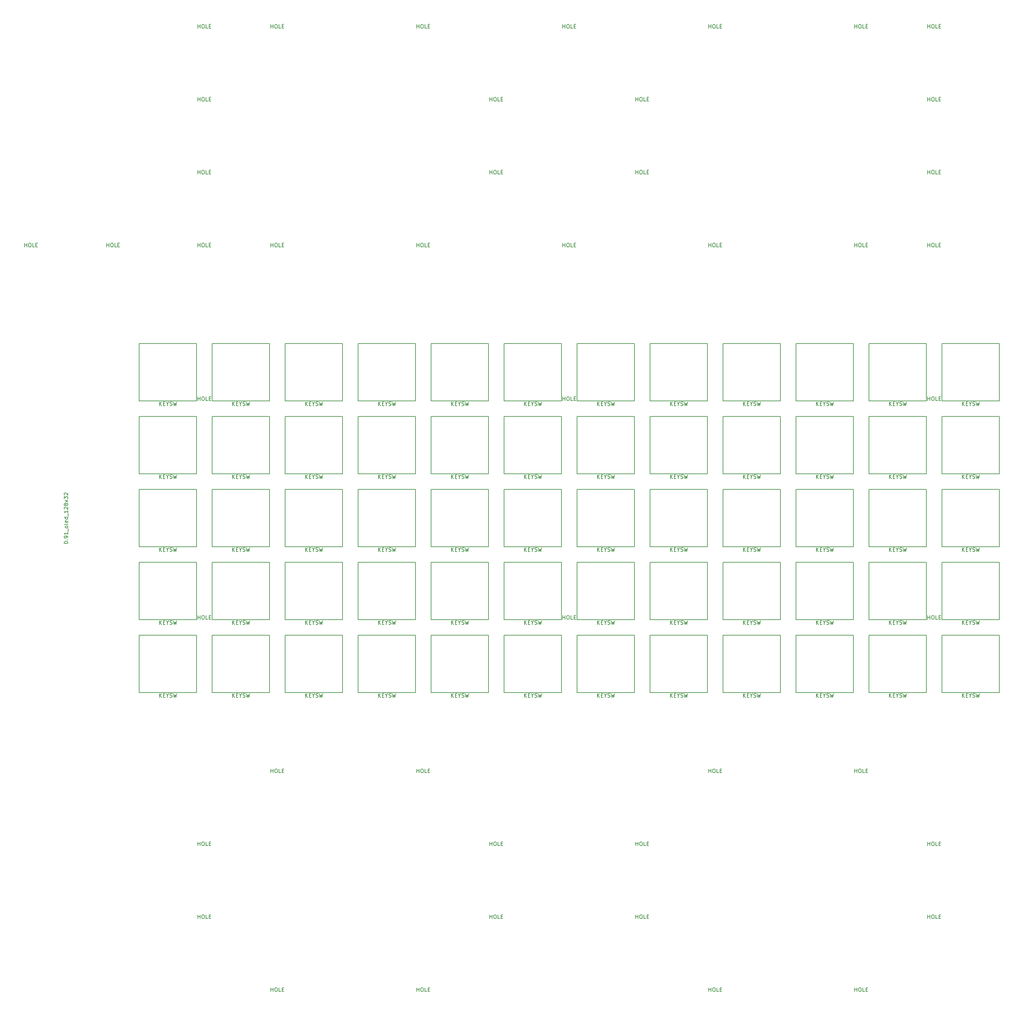
<source format=gbr>
%TF.GenerationSoftware,KiCad,Pcbnew,5.1.10*%
%TF.CreationDate,2021-06-16T10:43:04-05:00*%
%TF.ProjectId,olkbd_ble,6f6c6b62-645f-4626-9c65-2e6b69636164,rev?*%
%TF.SameCoordinates,Original*%
%TF.FileFunction,Other,Fab,Top*%
%FSLAX46Y46*%
G04 Gerber Fmt 4.6, Leading zero omitted, Abs format (unit mm)*
G04 Created by KiCad (PCBNEW 5.1.10) date 2021-06-16 10:43:04*
%MOMM*%
%LPD*%
G01*
G04 APERTURE LIST*
%ADD10C,0.150000*%
G04 APERTURE END LIST*
D10*
%TO.C,K33*%
X225862000Y-209526000D02*
X225862000Y-194526000D01*
X240862000Y-209526000D02*
X225862000Y-209526000D01*
X240862000Y-194526000D02*
X240862000Y-209526000D01*
X225862000Y-194526000D02*
X240862000Y-194526000D01*
%TO.C,K4*%
X111562000Y-228576000D02*
X111562000Y-213576000D01*
X126562000Y-228576000D02*
X111562000Y-228576000D01*
X126562000Y-213576000D02*
X126562000Y-228576000D01*
X111562000Y-213576000D02*
X126562000Y-213576000D01*
%TO.C,K28*%
X206812000Y-209526000D02*
X206812000Y-194526000D01*
X221812000Y-209526000D02*
X206812000Y-209526000D01*
X221812000Y-194526000D02*
X221812000Y-209526000D01*
X206812000Y-194526000D02*
X221812000Y-194526000D01*
%TO.C,K23*%
X187762000Y-209526000D02*
X187762000Y-194526000D01*
X202762000Y-209526000D02*
X187762000Y-209526000D01*
X202762000Y-194526000D02*
X202762000Y-209526000D01*
X187762000Y-194526000D02*
X202762000Y-194526000D01*
%TO.C,K31*%
X225862000Y-171426000D02*
X225862000Y-156426000D01*
X240862000Y-171426000D02*
X225862000Y-171426000D01*
X240862000Y-156426000D02*
X240862000Y-171426000D01*
X225862000Y-156426000D02*
X240862000Y-156426000D01*
%TO.C,K45*%
X263962000Y-247626000D02*
X263962000Y-232626000D01*
X278962000Y-247626000D02*
X263962000Y-247626000D01*
X278962000Y-232626000D02*
X278962000Y-247626000D01*
X263962000Y-232626000D02*
X278962000Y-232626000D01*
%TO.C,K36*%
X244912000Y-171426000D02*
X244912000Y-156426000D01*
X259912000Y-171426000D02*
X244912000Y-171426000D01*
X259912000Y-156426000D02*
X259912000Y-171426000D01*
X244912000Y-156426000D02*
X259912000Y-156426000D01*
%TO.C,K27*%
X206812000Y-190476000D02*
X206812000Y-175476000D01*
X221812000Y-190476000D02*
X206812000Y-190476000D01*
X221812000Y-175476000D02*
X221812000Y-190476000D01*
X206812000Y-175476000D02*
X221812000Y-175476000D01*
%TO.C,K25*%
X187762000Y-247626000D02*
X187762000Y-232626000D01*
X202762000Y-247626000D02*
X187762000Y-247626000D01*
X202762000Y-232626000D02*
X202762000Y-247626000D01*
X187762000Y-232626000D02*
X202762000Y-232626000D01*
%TO.C,K17*%
X168712000Y-190476000D02*
X168712000Y-175476000D01*
X183712000Y-190476000D02*
X168712000Y-190476000D01*
X183712000Y-175476000D02*
X183712000Y-190476000D01*
X168712000Y-175476000D02*
X183712000Y-175476000D01*
%TO.C,K35*%
X225862000Y-247626000D02*
X225862000Y-232626000D01*
X240862000Y-247626000D02*
X225862000Y-247626000D01*
X240862000Y-232626000D02*
X240862000Y-247626000D01*
X225862000Y-232626000D02*
X240862000Y-232626000D01*
%TO.C,K6*%
X130612000Y-171426000D02*
X130612000Y-156426000D01*
X145612000Y-171426000D02*
X130612000Y-171426000D01*
X145612000Y-156426000D02*
X145612000Y-171426000D01*
X130612000Y-156426000D02*
X145612000Y-156426000D01*
%TO.C,K18*%
X168712000Y-209526000D02*
X168712000Y-194526000D01*
X183712000Y-209526000D02*
X168712000Y-209526000D01*
X183712000Y-194526000D02*
X183712000Y-209526000D01*
X168712000Y-194526000D02*
X183712000Y-194526000D01*
%TO.C,K40*%
X244912000Y-247626000D02*
X244912000Y-232626000D01*
X259912000Y-247626000D02*
X244912000Y-247626000D01*
X259912000Y-232626000D02*
X259912000Y-247626000D01*
X244912000Y-232626000D02*
X259912000Y-232626000D01*
%TO.C,K38*%
X244912000Y-209526000D02*
X244912000Y-194526000D01*
X259912000Y-209526000D02*
X244912000Y-209526000D01*
X259912000Y-194526000D02*
X259912000Y-209526000D01*
X244912000Y-194526000D02*
X259912000Y-194526000D01*
%TO.C,K56*%
X321112000Y-171426000D02*
X321112000Y-156426000D01*
X336112000Y-171426000D02*
X321112000Y-171426000D01*
X336112000Y-156426000D02*
X336112000Y-171426000D01*
X321112000Y-156426000D02*
X336112000Y-156426000D01*
%TO.C,K8*%
X130612000Y-209526000D02*
X130612000Y-194526000D01*
X145612000Y-209526000D02*
X130612000Y-209526000D01*
X145612000Y-194526000D02*
X145612000Y-209526000D01*
X130612000Y-194526000D02*
X145612000Y-194526000D01*
%TO.C,K55*%
X302062000Y-247626000D02*
X302062000Y-232626000D01*
X317062000Y-247626000D02*
X302062000Y-247626000D01*
X317062000Y-232626000D02*
X317062000Y-247626000D01*
X302062000Y-232626000D02*
X317062000Y-232626000D01*
%TO.C,K47*%
X283012000Y-190476000D02*
X283012000Y-175476000D01*
X298012000Y-190476000D02*
X283012000Y-190476000D01*
X298012000Y-175476000D02*
X298012000Y-190476000D01*
X283012000Y-175476000D02*
X298012000Y-175476000D01*
%TO.C,K29*%
X206812000Y-228576000D02*
X206812000Y-213576000D01*
X221812000Y-228576000D02*
X206812000Y-228576000D01*
X221812000Y-213576000D02*
X221812000Y-228576000D01*
X206812000Y-213576000D02*
X221812000Y-213576000D01*
%TO.C,K53*%
X302062000Y-209526000D02*
X302062000Y-194526000D01*
X317062000Y-209526000D02*
X302062000Y-209526000D01*
X317062000Y-194526000D02*
X317062000Y-209526000D01*
X302062000Y-194526000D02*
X317062000Y-194526000D01*
%TO.C,K57*%
X321112000Y-190476000D02*
X321112000Y-175476000D01*
X336112000Y-190476000D02*
X321112000Y-190476000D01*
X336112000Y-175476000D02*
X336112000Y-190476000D01*
X321112000Y-175476000D02*
X336112000Y-175476000D01*
%TO.C,K30*%
X206812000Y-247626000D02*
X206812000Y-232626000D01*
X221812000Y-247626000D02*
X206812000Y-247626000D01*
X221812000Y-232626000D02*
X221812000Y-247626000D01*
X206812000Y-232626000D02*
X221812000Y-232626000D01*
%TO.C,K1*%
X111562000Y-171426000D02*
X111562000Y-156426000D01*
X126562000Y-171426000D02*
X111562000Y-171426000D01*
X126562000Y-156426000D02*
X126562000Y-171426000D01*
X111562000Y-156426000D02*
X126562000Y-156426000D01*
%TO.C,K9*%
X130612000Y-228576000D02*
X130612000Y-213576000D01*
X145612000Y-228576000D02*
X130612000Y-228576000D01*
X145612000Y-213576000D02*
X145612000Y-228576000D01*
X130612000Y-213576000D02*
X145612000Y-213576000D01*
%TO.C,K48*%
X283012000Y-209526000D02*
X283012000Y-194526000D01*
X298012000Y-209526000D02*
X283012000Y-209526000D01*
X298012000Y-194526000D02*
X298012000Y-209526000D01*
X283012000Y-194526000D02*
X298012000Y-194526000D01*
%TO.C,K10*%
X130612000Y-247626000D02*
X130612000Y-232626000D01*
X145612000Y-247626000D02*
X130612000Y-247626000D01*
X145612000Y-232626000D02*
X145612000Y-247626000D01*
X130612000Y-232626000D02*
X145612000Y-232626000D01*
%TO.C,K5*%
X111562000Y-247626000D02*
X111562000Y-232626000D01*
X126562000Y-247626000D02*
X111562000Y-247626000D01*
X126562000Y-232626000D02*
X126562000Y-247626000D01*
X111562000Y-232626000D02*
X126562000Y-232626000D01*
%TO.C,K14*%
X149662000Y-228576000D02*
X149662000Y-213576000D01*
X164662000Y-228576000D02*
X149662000Y-228576000D01*
X164662000Y-213576000D02*
X164662000Y-228576000D01*
X149662000Y-213576000D02*
X164662000Y-213576000D01*
%TO.C,K2*%
X111562000Y-190476000D02*
X111562000Y-175476000D01*
X126562000Y-190476000D02*
X111562000Y-190476000D01*
X126562000Y-175476000D02*
X126562000Y-190476000D01*
X111562000Y-175476000D02*
X126562000Y-175476000D01*
%TO.C,K16*%
X168712000Y-171426000D02*
X168712000Y-156426000D01*
X183712000Y-171426000D02*
X168712000Y-171426000D01*
X183712000Y-156426000D02*
X183712000Y-171426000D01*
X168712000Y-156426000D02*
X183712000Y-156426000D01*
%TO.C,K52*%
X302062000Y-190476000D02*
X302062000Y-175476000D01*
X317062000Y-190476000D02*
X302062000Y-190476000D01*
X317062000Y-175476000D02*
X317062000Y-190476000D01*
X302062000Y-175476000D02*
X317062000Y-175476000D01*
%TO.C,K13*%
X149662000Y-209526000D02*
X149662000Y-194526000D01*
X164662000Y-209526000D02*
X149662000Y-209526000D01*
X164662000Y-194526000D02*
X164662000Y-209526000D01*
X149662000Y-194526000D02*
X164662000Y-194526000D01*
%TO.C,K19*%
X168712000Y-228576000D02*
X168712000Y-213576000D01*
X183712000Y-228576000D02*
X168712000Y-228576000D01*
X183712000Y-213576000D02*
X183712000Y-228576000D01*
X168712000Y-213576000D02*
X183712000Y-213576000D01*
%TO.C,K32*%
X225862000Y-190476000D02*
X225862000Y-175476000D01*
X240862000Y-190476000D02*
X225862000Y-190476000D01*
X240862000Y-175476000D02*
X240862000Y-190476000D01*
X225862000Y-175476000D02*
X240862000Y-175476000D01*
%TO.C,K3*%
X111562000Y-209526000D02*
X111562000Y-194526000D01*
X126562000Y-209526000D02*
X111562000Y-209526000D01*
X126562000Y-194526000D02*
X126562000Y-209526000D01*
X111562000Y-194526000D02*
X126562000Y-194526000D01*
%TO.C,K42*%
X263962000Y-190476000D02*
X263962000Y-175476000D01*
X278962000Y-190476000D02*
X263962000Y-190476000D01*
X278962000Y-175476000D02*
X278962000Y-190476000D01*
X263962000Y-175476000D02*
X278962000Y-175476000D01*
%TO.C,K54*%
X302062000Y-228576000D02*
X302062000Y-213576000D01*
X317062000Y-228576000D02*
X302062000Y-228576000D01*
X317062000Y-213576000D02*
X317062000Y-228576000D01*
X302062000Y-213576000D02*
X317062000Y-213576000D01*
%TO.C,K11*%
X149662000Y-171426000D02*
X149662000Y-156426000D01*
X164662000Y-171426000D02*
X149662000Y-171426000D01*
X164662000Y-156426000D02*
X164662000Y-171426000D01*
X149662000Y-156426000D02*
X164662000Y-156426000D01*
%TO.C,K20*%
X168712000Y-247626000D02*
X168712000Y-232626000D01*
X183712000Y-247626000D02*
X168712000Y-247626000D01*
X183712000Y-232626000D02*
X183712000Y-247626000D01*
X168712000Y-232626000D02*
X183712000Y-232626000D01*
%TO.C,K60*%
X321112000Y-247626000D02*
X321112000Y-232626000D01*
X336112000Y-247626000D02*
X321112000Y-247626000D01*
X336112000Y-232626000D02*
X336112000Y-247626000D01*
X321112000Y-232626000D02*
X336112000Y-232626000D01*
%TO.C,K39*%
X244912000Y-228576000D02*
X244912000Y-213576000D01*
X259912000Y-228576000D02*
X244912000Y-228576000D01*
X259912000Y-213576000D02*
X259912000Y-228576000D01*
X244912000Y-213576000D02*
X259912000Y-213576000D01*
%TO.C,K49*%
X283012000Y-228576000D02*
X283012000Y-213576000D01*
X298012000Y-228576000D02*
X283012000Y-228576000D01*
X298012000Y-213576000D02*
X298012000Y-228576000D01*
X283012000Y-213576000D02*
X298012000Y-213576000D01*
%TO.C,K51*%
X302062000Y-171426000D02*
X302062000Y-156426000D01*
X317062000Y-171426000D02*
X302062000Y-171426000D01*
X317062000Y-156426000D02*
X317062000Y-171426000D01*
X302062000Y-156426000D02*
X317062000Y-156426000D01*
%TO.C,K58*%
X321112000Y-209526000D02*
X321112000Y-194526000D01*
X336112000Y-209526000D02*
X321112000Y-209526000D01*
X336112000Y-194526000D02*
X336112000Y-209526000D01*
X321112000Y-194526000D02*
X336112000Y-194526000D01*
%TO.C,K21*%
X187762000Y-171426000D02*
X187762000Y-156426000D01*
X202762000Y-171426000D02*
X187762000Y-171426000D01*
X202762000Y-156426000D02*
X202762000Y-171426000D01*
X187762000Y-156426000D02*
X202762000Y-156426000D01*
%TO.C,K15*%
X149662000Y-247626000D02*
X149662000Y-232626000D01*
X164662000Y-247626000D02*
X149662000Y-247626000D01*
X164662000Y-232626000D02*
X164662000Y-247626000D01*
X149662000Y-232626000D02*
X164662000Y-232626000D01*
%TO.C,K26*%
X206812000Y-171426000D02*
X206812000Y-156426000D01*
X221812000Y-171426000D02*
X206812000Y-171426000D01*
X221812000Y-156426000D02*
X221812000Y-171426000D01*
X206812000Y-156426000D02*
X221812000Y-156426000D01*
%TO.C,K50*%
X283012000Y-247626000D02*
X283012000Y-232626000D01*
X298012000Y-247626000D02*
X283012000Y-247626000D01*
X298012000Y-232626000D02*
X298012000Y-247626000D01*
X283012000Y-232626000D02*
X298012000Y-232626000D01*
%TO.C,K24*%
X187762000Y-228576000D02*
X187762000Y-213576000D01*
X202762000Y-228576000D02*
X187762000Y-228576000D01*
X202762000Y-213576000D02*
X202762000Y-228576000D01*
X187762000Y-213576000D02*
X202762000Y-213576000D01*
%TO.C,K41*%
X263962000Y-171426000D02*
X263962000Y-156426000D01*
X278962000Y-171426000D02*
X263962000Y-171426000D01*
X278962000Y-156426000D02*
X278962000Y-171426000D01*
X263962000Y-156426000D02*
X278962000Y-156426000D01*
%TO.C,K34*%
X225862000Y-228576000D02*
X225862000Y-213576000D01*
X240862000Y-228576000D02*
X225862000Y-228576000D01*
X240862000Y-213576000D02*
X240862000Y-228576000D01*
X225862000Y-213576000D02*
X240862000Y-213576000D01*
%TO.C,K37*%
X244912000Y-190476000D02*
X244912000Y-175476000D01*
X259912000Y-190476000D02*
X244912000Y-190476000D01*
X259912000Y-175476000D02*
X259912000Y-190476000D01*
X244912000Y-175476000D02*
X259912000Y-175476000D01*
%TO.C,K44*%
X263962000Y-228576000D02*
X263962000Y-213576000D01*
X278962000Y-228576000D02*
X263962000Y-228576000D01*
X278962000Y-213576000D02*
X278962000Y-228576000D01*
X263962000Y-213576000D02*
X278962000Y-213576000D01*
%TO.C,K12*%
X149662000Y-190476000D02*
X149662000Y-175476000D01*
X164662000Y-190476000D02*
X149662000Y-190476000D01*
X164662000Y-175476000D02*
X164662000Y-190476000D01*
X149662000Y-175476000D02*
X164662000Y-175476000D01*
%TO.C,K43*%
X263962000Y-209526000D02*
X263962000Y-194526000D01*
X278962000Y-209526000D02*
X263962000Y-209526000D01*
X278962000Y-194526000D02*
X278962000Y-209526000D01*
X263962000Y-194526000D02*
X278962000Y-194526000D01*
%TO.C,K7*%
X130612000Y-190476000D02*
X130612000Y-175476000D01*
X145612000Y-190476000D02*
X130612000Y-190476000D01*
X145612000Y-175476000D02*
X145612000Y-190476000D01*
X130612000Y-175476000D02*
X145612000Y-175476000D01*
%TO.C,K59*%
X321112000Y-228576000D02*
X321112000Y-213576000D01*
X336112000Y-228576000D02*
X321112000Y-228576000D01*
X336112000Y-213576000D02*
X336112000Y-228576000D01*
X321112000Y-213576000D02*
X336112000Y-213576000D01*
%TO.C,K46*%
X283012000Y-171426000D02*
X283012000Y-156426000D01*
X298012000Y-171426000D02*
X283012000Y-171426000D01*
X298012000Y-156426000D02*
X298012000Y-171426000D01*
X283012000Y-156426000D02*
X298012000Y-156426000D01*
%TO.C,K22*%
X187762000Y-190476000D02*
X187762000Y-175476000D01*
X202762000Y-190476000D02*
X187762000Y-190476000D01*
X202762000Y-175476000D02*
X202762000Y-190476000D01*
X187762000Y-175476000D02*
X202762000Y-175476000D01*
%TD*%
%TO.C,TH1-22*%
X103108333Y-131202380D02*
X103108333Y-130202380D01*
X103108333Y-130678571D02*
X103679761Y-130678571D01*
X103679761Y-131202380D02*
X103679761Y-130202380D01*
X104346428Y-130202380D02*
X104536904Y-130202380D01*
X104632142Y-130250000D01*
X104727380Y-130345238D01*
X104775000Y-130535714D01*
X104775000Y-130869047D01*
X104727380Y-131059523D01*
X104632142Y-131154761D01*
X104536904Y-131202380D01*
X104346428Y-131202380D01*
X104251190Y-131154761D01*
X104155952Y-131059523D01*
X104108333Y-130869047D01*
X104108333Y-130535714D01*
X104155952Y-130345238D01*
X104251190Y-130250000D01*
X104346428Y-130202380D01*
X105679761Y-131202380D02*
X105203571Y-131202380D01*
X105203571Y-130202380D01*
X106013095Y-130678571D02*
X106346428Y-130678571D01*
X106489285Y-131202380D02*
X106013095Y-131202380D01*
X106013095Y-130202380D01*
X106489285Y-130202380D01*
X81677083Y-131202380D02*
X81677083Y-130202380D01*
X81677083Y-130678571D02*
X82248511Y-130678571D01*
X82248511Y-131202380D02*
X82248511Y-130202380D01*
X82915178Y-130202380D02*
X83105654Y-130202380D01*
X83200892Y-130250000D01*
X83296130Y-130345238D01*
X83343750Y-130535714D01*
X83343750Y-130869047D01*
X83296130Y-131059523D01*
X83200892Y-131154761D01*
X83105654Y-131202380D01*
X82915178Y-131202380D01*
X82819940Y-131154761D01*
X82724702Y-131059523D01*
X82677083Y-130869047D01*
X82677083Y-130535714D01*
X82724702Y-130345238D01*
X82819940Y-130250000D01*
X82915178Y-130202380D01*
X84248511Y-131202380D02*
X83772321Y-131202380D01*
X83772321Y-130202380D01*
X84581845Y-130678571D02*
X84915178Y-130678571D01*
X85058035Y-131202380D02*
X84581845Y-131202380D01*
X84581845Y-130202380D01*
X85058035Y-130202380D01*
%TO.C,TH1-17*%
X184071333Y-74052380D02*
X184071333Y-73052380D01*
X184071333Y-73528571D02*
X184642761Y-73528571D01*
X184642761Y-74052380D02*
X184642761Y-73052380D01*
X185309428Y-73052380D02*
X185499904Y-73052380D01*
X185595142Y-73100000D01*
X185690380Y-73195238D01*
X185738000Y-73385714D01*
X185738000Y-73719047D01*
X185690380Y-73909523D01*
X185595142Y-74004761D01*
X185499904Y-74052380D01*
X185309428Y-74052380D01*
X185214190Y-74004761D01*
X185118952Y-73909523D01*
X185071333Y-73719047D01*
X185071333Y-73385714D01*
X185118952Y-73195238D01*
X185214190Y-73100000D01*
X185309428Y-73052380D01*
X186642761Y-74052380D02*
X186166571Y-74052380D01*
X186166571Y-73052380D01*
X186976095Y-73528571D02*
X187309428Y-73528571D01*
X187452285Y-74052380D02*
X186976095Y-74052380D01*
X186976095Y-73052380D01*
X187452285Y-73052380D01*
%TO.C,TH1-16*%
X145971333Y-74052380D02*
X145971333Y-73052380D01*
X145971333Y-73528571D02*
X146542761Y-73528571D01*
X146542761Y-74052380D02*
X146542761Y-73052380D01*
X147209428Y-73052380D02*
X147399904Y-73052380D01*
X147495142Y-73100000D01*
X147590380Y-73195238D01*
X147638000Y-73385714D01*
X147638000Y-73719047D01*
X147590380Y-73909523D01*
X147495142Y-74004761D01*
X147399904Y-74052380D01*
X147209428Y-74052380D01*
X147114190Y-74004761D01*
X147018952Y-73909523D01*
X146971333Y-73719047D01*
X146971333Y-73385714D01*
X147018952Y-73195238D01*
X147114190Y-73100000D01*
X147209428Y-73052380D01*
X148542761Y-74052380D02*
X148066571Y-74052380D01*
X148066571Y-73052380D01*
X148876095Y-73528571D02*
X149209428Y-73528571D01*
X149352285Y-74052380D02*
X148876095Y-74052380D01*
X148876095Y-73052380D01*
X149352285Y-73052380D01*
%TO.C,TH1-15*%
X126921333Y-74052380D02*
X126921333Y-73052380D01*
X126921333Y-73528571D02*
X127492761Y-73528571D01*
X127492761Y-74052380D02*
X127492761Y-73052380D01*
X128159428Y-73052380D02*
X128349904Y-73052380D01*
X128445142Y-73100000D01*
X128540380Y-73195238D01*
X128588000Y-73385714D01*
X128588000Y-73719047D01*
X128540380Y-73909523D01*
X128445142Y-74004761D01*
X128349904Y-74052380D01*
X128159428Y-74052380D01*
X128064190Y-74004761D01*
X127968952Y-73909523D01*
X127921333Y-73719047D01*
X127921333Y-73385714D01*
X127968952Y-73195238D01*
X128064190Y-73100000D01*
X128159428Y-73052380D01*
X129492761Y-74052380D02*
X129016571Y-74052380D01*
X129016571Y-73052380D01*
X129826095Y-73528571D02*
X130159428Y-73528571D01*
X130302285Y-74052380D02*
X129826095Y-74052380D01*
X129826095Y-73052380D01*
X130302285Y-73052380D01*
%TO.C,TH1-14*%
X126921333Y-93102380D02*
X126921333Y-92102380D01*
X126921333Y-92578571D02*
X127492761Y-92578571D01*
X127492761Y-93102380D02*
X127492761Y-92102380D01*
X128159428Y-92102380D02*
X128349904Y-92102380D01*
X128445142Y-92150000D01*
X128540380Y-92245238D01*
X128588000Y-92435714D01*
X128588000Y-92769047D01*
X128540380Y-92959523D01*
X128445142Y-93054761D01*
X128349904Y-93102380D01*
X128159428Y-93102380D01*
X128064190Y-93054761D01*
X127968952Y-92959523D01*
X127921333Y-92769047D01*
X127921333Y-92435714D01*
X127968952Y-92245238D01*
X128064190Y-92150000D01*
X128159428Y-92102380D01*
X129492761Y-93102380D02*
X129016571Y-93102380D01*
X129016571Y-92102380D01*
X129826095Y-92578571D02*
X130159428Y-92578571D01*
X130302285Y-93102380D02*
X129826095Y-93102380D01*
X129826095Y-92102380D01*
X130302285Y-92102380D01*
%TO.C,TH1-13*%
X126921333Y-112152380D02*
X126921333Y-111152380D01*
X126921333Y-111628571D02*
X127492761Y-111628571D01*
X127492761Y-112152380D02*
X127492761Y-111152380D01*
X128159428Y-111152380D02*
X128349904Y-111152380D01*
X128445142Y-111200000D01*
X128540380Y-111295238D01*
X128588000Y-111485714D01*
X128588000Y-111819047D01*
X128540380Y-112009523D01*
X128445142Y-112104761D01*
X128349904Y-112152380D01*
X128159428Y-112152380D01*
X128064190Y-112104761D01*
X127968952Y-112009523D01*
X127921333Y-111819047D01*
X127921333Y-111485714D01*
X127968952Y-111295238D01*
X128064190Y-111200000D01*
X128159428Y-111152380D01*
X129492761Y-112152380D02*
X129016571Y-112152380D01*
X129016571Y-111152380D01*
X129826095Y-111628571D02*
X130159428Y-111628571D01*
X130302285Y-112152380D02*
X129826095Y-112152380D01*
X129826095Y-111152380D01*
X130302285Y-111152380D01*
%TO.C,TH1-12*%
X126921333Y-131202380D02*
X126921333Y-130202380D01*
X126921333Y-130678571D02*
X127492761Y-130678571D01*
X127492761Y-131202380D02*
X127492761Y-130202380D01*
X128159428Y-130202380D02*
X128349904Y-130202380D01*
X128445142Y-130250000D01*
X128540380Y-130345238D01*
X128588000Y-130535714D01*
X128588000Y-130869047D01*
X128540380Y-131059523D01*
X128445142Y-131154761D01*
X128349904Y-131202380D01*
X128159428Y-131202380D01*
X128064190Y-131154761D01*
X127968952Y-131059523D01*
X127921333Y-130869047D01*
X127921333Y-130535714D01*
X127968952Y-130345238D01*
X128064190Y-130250000D01*
X128159428Y-130202380D01*
X129492761Y-131202380D02*
X129016571Y-131202380D01*
X129016571Y-130202380D01*
X129826095Y-130678571D02*
X130159428Y-130678571D01*
X130302285Y-131202380D02*
X129826095Y-131202380D01*
X129826095Y-130202380D01*
X130302285Y-130202380D01*
%TO.C,TH1-11*%
X145971333Y-131202380D02*
X145971333Y-130202380D01*
X145971333Y-130678571D02*
X146542761Y-130678571D01*
X146542761Y-131202380D02*
X146542761Y-130202380D01*
X147209428Y-130202380D02*
X147399904Y-130202380D01*
X147495142Y-130250000D01*
X147590380Y-130345238D01*
X147638000Y-130535714D01*
X147638000Y-130869047D01*
X147590380Y-131059523D01*
X147495142Y-131154761D01*
X147399904Y-131202380D01*
X147209428Y-131202380D01*
X147114190Y-131154761D01*
X147018952Y-131059523D01*
X146971333Y-130869047D01*
X146971333Y-130535714D01*
X147018952Y-130345238D01*
X147114190Y-130250000D01*
X147209428Y-130202380D01*
X148542761Y-131202380D02*
X148066571Y-131202380D01*
X148066571Y-130202380D01*
X148876095Y-130678571D02*
X149209428Y-130678571D01*
X149352285Y-131202380D02*
X148876095Y-131202380D01*
X148876095Y-130202380D01*
X149352285Y-130202380D01*
%TO.C,TH1-10*%
X184071333Y-131202380D02*
X184071333Y-130202380D01*
X184071333Y-130678571D02*
X184642761Y-130678571D01*
X184642761Y-131202380D02*
X184642761Y-130202380D01*
X185309428Y-130202380D02*
X185499904Y-130202380D01*
X185595142Y-130250000D01*
X185690380Y-130345238D01*
X185738000Y-130535714D01*
X185738000Y-130869047D01*
X185690380Y-131059523D01*
X185595142Y-131154761D01*
X185499904Y-131202380D01*
X185309428Y-131202380D01*
X185214190Y-131154761D01*
X185118952Y-131059523D01*
X185071333Y-130869047D01*
X185071333Y-130535714D01*
X185118952Y-130345238D01*
X185214190Y-130250000D01*
X185309428Y-130202380D01*
X186642761Y-131202380D02*
X186166571Y-131202380D01*
X186166571Y-130202380D01*
X186976095Y-130678571D02*
X187309428Y-130678571D01*
X187452285Y-131202380D02*
X186976095Y-131202380D01*
X186976095Y-130202380D01*
X187452285Y-130202380D01*
%TO.C,TH1-9*%
X203121333Y-112152380D02*
X203121333Y-111152380D01*
X203121333Y-111628571D02*
X203692761Y-111628571D01*
X203692761Y-112152380D02*
X203692761Y-111152380D01*
X204359428Y-111152380D02*
X204549904Y-111152380D01*
X204645142Y-111200000D01*
X204740380Y-111295238D01*
X204788000Y-111485714D01*
X204788000Y-111819047D01*
X204740380Y-112009523D01*
X204645142Y-112104761D01*
X204549904Y-112152380D01*
X204359428Y-112152380D01*
X204264190Y-112104761D01*
X204168952Y-112009523D01*
X204121333Y-111819047D01*
X204121333Y-111485714D01*
X204168952Y-111295238D01*
X204264190Y-111200000D01*
X204359428Y-111152380D01*
X205692761Y-112152380D02*
X205216571Y-112152380D01*
X205216571Y-111152380D01*
X206026095Y-111628571D02*
X206359428Y-111628571D01*
X206502285Y-112152380D02*
X206026095Y-112152380D01*
X206026095Y-111152380D01*
X206502285Y-111152380D01*
%TO.C,TH1-18*%
X203121333Y-93102380D02*
X203121333Y-92102380D01*
X203121333Y-92578571D02*
X203692761Y-92578571D01*
X203692761Y-93102380D02*
X203692761Y-92102380D01*
X204359428Y-92102380D02*
X204549904Y-92102380D01*
X204645142Y-92150000D01*
X204740380Y-92245238D01*
X204788000Y-92435714D01*
X204788000Y-92769047D01*
X204740380Y-92959523D01*
X204645142Y-93054761D01*
X204549904Y-93102380D01*
X204359428Y-93102380D01*
X204264190Y-93054761D01*
X204168952Y-92959523D01*
X204121333Y-92769047D01*
X204121333Y-92435714D01*
X204168952Y-92245238D01*
X204264190Y-92150000D01*
X204359428Y-92102380D01*
X205692761Y-93102380D02*
X205216571Y-93102380D01*
X205216571Y-92102380D01*
X206026095Y-92578571D02*
X206359428Y-92578571D01*
X206502285Y-93102380D02*
X206026095Y-93102380D01*
X206026095Y-92102380D01*
X206502285Y-92102380D01*
%TO.C,TH1-19*%
X222171333Y-74052380D02*
X222171333Y-73052380D01*
X222171333Y-73528571D02*
X222742761Y-73528571D01*
X222742761Y-74052380D02*
X222742761Y-73052380D01*
X223409428Y-73052380D02*
X223599904Y-73052380D01*
X223695142Y-73100000D01*
X223790380Y-73195238D01*
X223838000Y-73385714D01*
X223838000Y-73719047D01*
X223790380Y-73909523D01*
X223695142Y-74004761D01*
X223599904Y-74052380D01*
X223409428Y-74052380D01*
X223314190Y-74004761D01*
X223218952Y-73909523D01*
X223171333Y-73719047D01*
X223171333Y-73385714D01*
X223218952Y-73195238D01*
X223314190Y-73100000D01*
X223409428Y-73052380D01*
X224742761Y-74052380D02*
X224266571Y-74052380D01*
X224266571Y-73052380D01*
X225076095Y-73528571D02*
X225409428Y-73528571D01*
X225552285Y-74052380D02*
X225076095Y-74052380D01*
X225076095Y-73052380D01*
X225552285Y-73052380D01*
%TO.C,TH1-8*%
X222171333Y-131202380D02*
X222171333Y-130202380D01*
X222171333Y-130678571D02*
X222742761Y-130678571D01*
X222742761Y-131202380D02*
X222742761Y-130202380D01*
X223409428Y-130202380D02*
X223599904Y-130202380D01*
X223695142Y-130250000D01*
X223790380Y-130345238D01*
X223838000Y-130535714D01*
X223838000Y-130869047D01*
X223790380Y-131059523D01*
X223695142Y-131154761D01*
X223599904Y-131202380D01*
X223409428Y-131202380D01*
X223314190Y-131154761D01*
X223218952Y-131059523D01*
X223171333Y-130869047D01*
X223171333Y-130535714D01*
X223218952Y-130345238D01*
X223314190Y-130250000D01*
X223409428Y-130202380D01*
X224742761Y-131202380D02*
X224266571Y-131202380D01*
X224266571Y-130202380D01*
X225076095Y-130678571D02*
X225409428Y-130678571D01*
X225552285Y-131202380D02*
X225076095Y-131202380D01*
X225076095Y-130202380D01*
X225552285Y-130202380D01*
%TO.C,TH1-6*%
X260271333Y-131202380D02*
X260271333Y-130202380D01*
X260271333Y-130678571D02*
X260842761Y-130678571D01*
X260842761Y-131202380D02*
X260842761Y-130202380D01*
X261509428Y-130202380D02*
X261699904Y-130202380D01*
X261795142Y-130250000D01*
X261890380Y-130345238D01*
X261938000Y-130535714D01*
X261938000Y-130869047D01*
X261890380Y-131059523D01*
X261795142Y-131154761D01*
X261699904Y-131202380D01*
X261509428Y-131202380D01*
X261414190Y-131154761D01*
X261318952Y-131059523D01*
X261271333Y-130869047D01*
X261271333Y-130535714D01*
X261318952Y-130345238D01*
X261414190Y-130250000D01*
X261509428Y-130202380D01*
X262842761Y-131202380D02*
X262366571Y-131202380D01*
X262366571Y-130202380D01*
X263176095Y-130678571D02*
X263509428Y-130678571D01*
X263652285Y-131202380D02*
X263176095Y-131202380D01*
X263176095Y-130202380D01*
X263652285Y-130202380D01*
%TO.C,TH1-7*%
X241221333Y-112152380D02*
X241221333Y-111152380D01*
X241221333Y-111628571D02*
X241792761Y-111628571D01*
X241792761Y-112152380D02*
X241792761Y-111152380D01*
X242459428Y-111152380D02*
X242649904Y-111152380D01*
X242745142Y-111200000D01*
X242840380Y-111295238D01*
X242888000Y-111485714D01*
X242888000Y-111819047D01*
X242840380Y-112009523D01*
X242745142Y-112104761D01*
X242649904Y-112152380D01*
X242459428Y-112152380D01*
X242364190Y-112104761D01*
X242268952Y-112009523D01*
X242221333Y-111819047D01*
X242221333Y-111485714D01*
X242268952Y-111295238D01*
X242364190Y-111200000D01*
X242459428Y-111152380D01*
X243792761Y-112152380D02*
X243316571Y-112152380D01*
X243316571Y-111152380D01*
X244126095Y-111628571D02*
X244459428Y-111628571D01*
X244602285Y-112152380D02*
X244126095Y-112152380D01*
X244126095Y-111152380D01*
X244602285Y-111152380D01*
%TO.C,TH1-20*%
X241221333Y-93102380D02*
X241221333Y-92102380D01*
X241221333Y-92578571D02*
X241792761Y-92578571D01*
X241792761Y-93102380D02*
X241792761Y-92102380D01*
X242459428Y-92102380D02*
X242649904Y-92102380D01*
X242745142Y-92150000D01*
X242840380Y-92245238D01*
X242888000Y-92435714D01*
X242888000Y-92769047D01*
X242840380Y-92959523D01*
X242745142Y-93054761D01*
X242649904Y-93102380D01*
X242459428Y-93102380D01*
X242364190Y-93054761D01*
X242268952Y-92959523D01*
X242221333Y-92769047D01*
X242221333Y-92435714D01*
X242268952Y-92245238D01*
X242364190Y-92150000D01*
X242459428Y-92102380D01*
X243792761Y-93102380D02*
X243316571Y-93102380D01*
X243316571Y-92102380D01*
X244126095Y-92578571D02*
X244459428Y-92578571D01*
X244602285Y-93102380D02*
X244126095Y-93102380D01*
X244126095Y-92102380D01*
X244602285Y-92102380D01*
%TO.C,TH1-21*%
X260271333Y-74052380D02*
X260271333Y-73052380D01*
X260271333Y-73528571D02*
X260842761Y-73528571D01*
X260842761Y-74052380D02*
X260842761Y-73052380D01*
X261509428Y-73052380D02*
X261699904Y-73052380D01*
X261795142Y-73100000D01*
X261890380Y-73195238D01*
X261938000Y-73385714D01*
X261938000Y-73719047D01*
X261890380Y-73909523D01*
X261795142Y-74004761D01*
X261699904Y-74052380D01*
X261509428Y-74052380D01*
X261414190Y-74004761D01*
X261318952Y-73909523D01*
X261271333Y-73719047D01*
X261271333Y-73385714D01*
X261318952Y-73195238D01*
X261414190Y-73100000D01*
X261509428Y-73052380D01*
X262842761Y-74052380D02*
X262366571Y-74052380D01*
X262366571Y-73052380D01*
X263176095Y-73528571D02*
X263509428Y-73528571D01*
X263652285Y-74052380D02*
X263176095Y-74052380D01*
X263176095Y-73052380D01*
X263652285Y-73052380D01*
%TO.C,TH1-22*%
X298371333Y-74052380D02*
X298371333Y-73052380D01*
X298371333Y-73528571D02*
X298942761Y-73528571D01*
X298942761Y-74052380D02*
X298942761Y-73052380D01*
X299609428Y-73052380D02*
X299799904Y-73052380D01*
X299895142Y-73100000D01*
X299990380Y-73195238D01*
X300038000Y-73385714D01*
X300038000Y-73719047D01*
X299990380Y-73909523D01*
X299895142Y-74004761D01*
X299799904Y-74052380D01*
X299609428Y-74052380D01*
X299514190Y-74004761D01*
X299418952Y-73909523D01*
X299371333Y-73719047D01*
X299371333Y-73385714D01*
X299418952Y-73195238D01*
X299514190Y-73100000D01*
X299609428Y-73052380D01*
X300942761Y-74052380D02*
X300466571Y-74052380D01*
X300466571Y-73052380D01*
X301276095Y-73528571D02*
X301609428Y-73528571D01*
X301752285Y-74052380D02*
X301276095Y-74052380D01*
X301276095Y-73052380D01*
X301752285Y-73052380D01*
%TO.C,TH1-5*%
X298371333Y-131202380D02*
X298371333Y-130202380D01*
X298371333Y-130678571D02*
X298942761Y-130678571D01*
X298942761Y-131202380D02*
X298942761Y-130202380D01*
X299609428Y-130202380D02*
X299799904Y-130202380D01*
X299895142Y-130250000D01*
X299990380Y-130345238D01*
X300038000Y-130535714D01*
X300038000Y-130869047D01*
X299990380Y-131059523D01*
X299895142Y-131154761D01*
X299799904Y-131202380D01*
X299609428Y-131202380D01*
X299514190Y-131154761D01*
X299418952Y-131059523D01*
X299371333Y-130869047D01*
X299371333Y-130535714D01*
X299418952Y-130345238D01*
X299514190Y-130250000D01*
X299609428Y-130202380D01*
X300942761Y-131202380D02*
X300466571Y-131202380D01*
X300466571Y-130202380D01*
X301276095Y-130678571D02*
X301609428Y-130678571D01*
X301752285Y-131202380D02*
X301276095Y-131202380D01*
X301276095Y-130202380D01*
X301752285Y-130202380D01*
%TO.C,TH1-4*%
X317421333Y-131202380D02*
X317421333Y-130202380D01*
X317421333Y-130678571D02*
X317992761Y-130678571D01*
X317992761Y-131202380D02*
X317992761Y-130202380D01*
X318659428Y-130202380D02*
X318849904Y-130202380D01*
X318945142Y-130250000D01*
X319040380Y-130345238D01*
X319088000Y-130535714D01*
X319088000Y-130869047D01*
X319040380Y-131059523D01*
X318945142Y-131154761D01*
X318849904Y-131202380D01*
X318659428Y-131202380D01*
X318564190Y-131154761D01*
X318468952Y-131059523D01*
X318421333Y-130869047D01*
X318421333Y-130535714D01*
X318468952Y-130345238D01*
X318564190Y-130250000D01*
X318659428Y-130202380D01*
X319992761Y-131202380D02*
X319516571Y-131202380D01*
X319516571Y-130202380D01*
X320326095Y-130678571D02*
X320659428Y-130678571D01*
X320802285Y-131202380D02*
X320326095Y-131202380D01*
X320326095Y-130202380D01*
X320802285Y-130202380D01*
%TO.C,TH1-3*%
X317421333Y-112152380D02*
X317421333Y-111152380D01*
X317421333Y-111628571D02*
X317992761Y-111628571D01*
X317992761Y-112152380D02*
X317992761Y-111152380D01*
X318659428Y-111152380D02*
X318849904Y-111152380D01*
X318945142Y-111200000D01*
X319040380Y-111295238D01*
X319088000Y-111485714D01*
X319088000Y-111819047D01*
X319040380Y-112009523D01*
X318945142Y-112104761D01*
X318849904Y-112152380D01*
X318659428Y-112152380D01*
X318564190Y-112104761D01*
X318468952Y-112009523D01*
X318421333Y-111819047D01*
X318421333Y-111485714D01*
X318468952Y-111295238D01*
X318564190Y-111200000D01*
X318659428Y-111152380D01*
X319992761Y-112152380D02*
X319516571Y-112152380D01*
X319516571Y-111152380D01*
X320326095Y-111628571D02*
X320659428Y-111628571D01*
X320802285Y-112152380D02*
X320326095Y-112152380D01*
X320326095Y-111152380D01*
X320802285Y-111152380D01*
%TO.C,TH1-2*%
X317421333Y-93102380D02*
X317421333Y-92102380D01*
X317421333Y-92578571D02*
X317992761Y-92578571D01*
X317992761Y-93102380D02*
X317992761Y-92102380D01*
X318659428Y-92102380D02*
X318849904Y-92102380D01*
X318945142Y-92150000D01*
X319040380Y-92245238D01*
X319088000Y-92435714D01*
X319088000Y-92769047D01*
X319040380Y-92959523D01*
X318945142Y-93054761D01*
X318849904Y-93102380D01*
X318659428Y-93102380D01*
X318564190Y-93054761D01*
X318468952Y-92959523D01*
X318421333Y-92769047D01*
X318421333Y-92435714D01*
X318468952Y-92245238D01*
X318564190Y-92150000D01*
X318659428Y-92102380D01*
X319992761Y-93102380D02*
X319516571Y-93102380D01*
X319516571Y-92102380D01*
X320326095Y-92578571D02*
X320659428Y-92578571D01*
X320802285Y-93102380D02*
X320326095Y-93102380D01*
X320326095Y-92102380D01*
X320802285Y-92102380D01*
%TO.C,TH1-1*%
X317421333Y-74052380D02*
X317421333Y-73052380D01*
X317421333Y-73528571D02*
X317992761Y-73528571D01*
X317992761Y-74052380D02*
X317992761Y-73052380D01*
X318659428Y-73052380D02*
X318849904Y-73052380D01*
X318945142Y-73100000D01*
X319040380Y-73195238D01*
X319088000Y-73385714D01*
X319088000Y-73719047D01*
X319040380Y-73909523D01*
X318945142Y-74004761D01*
X318849904Y-74052380D01*
X318659428Y-74052380D01*
X318564190Y-74004761D01*
X318468952Y-73909523D01*
X318421333Y-73719047D01*
X318421333Y-73385714D01*
X318468952Y-73195238D01*
X318564190Y-73100000D01*
X318659428Y-73052380D01*
X319992761Y-74052380D02*
X319516571Y-74052380D01*
X319516571Y-73052380D01*
X320326095Y-73528571D02*
X320659428Y-73528571D01*
X320802285Y-74052380D02*
X320326095Y-74052380D01*
X320326095Y-73052380D01*
X320802285Y-73052380D01*
%TO.C,K33*%
X231171523Y-210733380D02*
X231171523Y-209733380D01*
X231742952Y-210733380D02*
X231314380Y-210161952D01*
X231742952Y-209733380D02*
X231171523Y-210304809D01*
X232171523Y-210209571D02*
X232504857Y-210209571D01*
X232647714Y-210733380D02*
X232171523Y-210733380D01*
X232171523Y-209733380D01*
X232647714Y-209733380D01*
X233266761Y-210257190D02*
X233266761Y-210733380D01*
X232933428Y-209733380D02*
X233266761Y-210257190D01*
X233600095Y-209733380D01*
X233885809Y-210685761D02*
X234028666Y-210733380D01*
X234266761Y-210733380D01*
X234362000Y-210685761D01*
X234409619Y-210638142D01*
X234457238Y-210542904D01*
X234457238Y-210447666D01*
X234409619Y-210352428D01*
X234362000Y-210304809D01*
X234266761Y-210257190D01*
X234076285Y-210209571D01*
X233981047Y-210161952D01*
X233933428Y-210114333D01*
X233885809Y-210019095D01*
X233885809Y-209923857D01*
X233933428Y-209828619D01*
X233981047Y-209781000D01*
X234076285Y-209733380D01*
X234314380Y-209733380D01*
X234457238Y-209781000D01*
X234790571Y-209733380D02*
X235028666Y-210733380D01*
X235219142Y-210019095D01*
X235409619Y-210733380D01*
X235647714Y-209733380D01*
%TO.C,TH3-10*%
X203121333Y-287602380D02*
X203121333Y-286602380D01*
X203121333Y-287078571D02*
X203692761Y-287078571D01*
X203692761Y-287602380D02*
X203692761Y-286602380D01*
X204359428Y-286602380D02*
X204549904Y-286602380D01*
X204645142Y-286650000D01*
X204740380Y-286745238D01*
X204788000Y-286935714D01*
X204788000Y-287269047D01*
X204740380Y-287459523D01*
X204645142Y-287554761D01*
X204549904Y-287602380D01*
X204359428Y-287602380D01*
X204264190Y-287554761D01*
X204168952Y-287459523D01*
X204121333Y-287269047D01*
X204121333Y-286935714D01*
X204168952Y-286745238D01*
X204264190Y-286650000D01*
X204359428Y-286602380D01*
X205692761Y-287602380D02*
X205216571Y-287602380D01*
X205216571Y-286602380D01*
X206026095Y-287078571D02*
X206359428Y-287078571D01*
X206502285Y-287602380D02*
X206026095Y-287602380D01*
X206026095Y-286602380D01*
X206502285Y-286602380D01*
%TO.C,K4*%
X116871523Y-229783380D02*
X116871523Y-228783380D01*
X117442952Y-229783380D02*
X117014380Y-229211952D01*
X117442952Y-228783380D02*
X116871523Y-229354809D01*
X117871523Y-229259571D02*
X118204857Y-229259571D01*
X118347714Y-229783380D02*
X117871523Y-229783380D01*
X117871523Y-228783380D01*
X118347714Y-228783380D01*
X118966761Y-229307190D02*
X118966761Y-229783380D01*
X118633428Y-228783380D02*
X118966761Y-229307190D01*
X119300095Y-228783380D01*
X119585809Y-229735761D02*
X119728666Y-229783380D01*
X119966761Y-229783380D01*
X120062000Y-229735761D01*
X120109619Y-229688142D01*
X120157238Y-229592904D01*
X120157238Y-229497666D01*
X120109619Y-229402428D01*
X120062000Y-229354809D01*
X119966761Y-229307190D01*
X119776285Y-229259571D01*
X119681047Y-229211952D01*
X119633428Y-229164333D01*
X119585809Y-229069095D01*
X119585809Y-228973857D01*
X119633428Y-228878619D01*
X119681047Y-228831000D01*
X119776285Y-228783380D01*
X120014380Y-228783380D01*
X120157238Y-228831000D01*
X120490571Y-228783380D02*
X120728666Y-229783380D01*
X120919142Y-229069095D01*
X121109619Y-229783380D01*
X121347714Y-228783380D01*
%TO.C,K28*%
X212121523Y-210733380D02*
X212121523Y-209733380D01*
X212692952Y-210733380D02*
X212264380Y-210161952D01*
X212692952Y-209733380D02*
X212121523Y-210304809D01*
X213121523Y-210209571D02*
X213454857Y-210209571D01*
X213597714Y-210733380D02*
X213121523Y-210733380D01*
X213121523Y-209733380D01*
X213597714Y-209733380D01*
X214216761Y-210257190D02*
X214216761Y-210733380D01*
X213883428Y-209733380D02*
X214216761Y-210257190D01*
X214550095Y-209733380D01*
X214835809Y-210685761D02*
X214978666Y-210733380D01*
X215216761Y-210733380D01*
X215312000Y-210685761D01*
X215359619Y-210638142D01*
X215407238Y-210542904D01*
X215407238Y-210447666D01*
X215359619Y-210352428D01*
X215312000Y-210304809D01*
X215216761Y-210257190D01*
X215026285Y-210209571D01*
X214931047Y-210161952D01*
X214883428Y-210114333D01*
X214835809Y-210019095D01*
X214835809Y-209923857D01*
X214883428Y-209828619D01*
X214931047Y-209781000D01*
X215026285Y-209733380D01*
X215264380Y-209733380D01*
X215407238Y-209781000D01*
X215740571Y-209733380D02*
X215978666Y-210733380D01*
X216169142Y-210019095D01*
X216359619Y-210733380D01*
X216597714Y-209733380D01*
%TO.C,K23*%
X193071523Y-210733380D02*
X193071523Y-209733380D01*
X193642952Y-210733380D02*
X193214380Y-210161952D01*
X193642952Y-209733380D02*
X193071523Y-210304809D01*
X194071523Y-210209571D02*
X194404857Y-210209571D01*
X194547714Y-210733380D02*
X194071523Y-210733380D01*
X194071523Y-209733380D01*
X194547714Y-209733380D01*
X195166761Y-210257190D02*
X195166761Y-210733380D01*
X194833428Y-209733380D02*
X195166761Y-210257190D01*
X195500095Y-209733380D01*
X195785809Y-210685761D02*
X195928666Y-210733380D01*
X196166761Y-210733380D01*
X196262000Y-210685761D01*
X196309619Y-210638142D01*
X196357238Y-210542904D01*
X196357238Y-210447666D01*
X196309619Y-210352428D01*
X196262000Y-210304809D01*
X196166761Y-210257190D01*
X195976285Y-210209571D01*
X195881047Y-210161952D01*
X195833428Y-210114333D01*
X195785809Y-210019095D01*
X195785809Y-209923857D01*
X195833428Y-209828619D01*
X195881047Y-209781000D01*
X195976285Y-209733380D01*
X196214380Y-209733380D01*
X196357238Y-209781000D01*
X196690571Y-209733380D02*
X196928666Y-210733380D01*
X197119142Y-210019095D01*
X197309619Y-210733380D01*
X197547714Y-209733380D01*
%TO.C,K31*%
X231171523Y-172633380D02*
X231171523Y-171633380D01*
X231742952Y-172633380D02*
X231314380Y-172061952D01*
X231742952Y-171633380D02*
X231171523Y-172204809D01*
X232171523Y-172109571D02*
X232504857Y-172109571D01*
X232647714Y-172633380D02*
X232171523Y-172633380D01*
X232171523Y-171633380D01*
X232647714Y-171633380D01*
X233266761Y-172157190D02*
X233266761Y-172633380D01*
X232933428Y-171633380D02*
X233266761Y-172157190D01*
X233600095Y-171633380D01*
X233885809Y-172585761D02*
X234028666Y-172633380D01*
X234266761Y-172633380D01*
X234362000Y-172585761D01*
X234409619Y-172538142D01*
X234457238Y-172442904D01*
X234457238Y-172347666D01*
X234409619Y-172252428D01*
X234362000Y-172204809D01*
X234266761Y-172157190D01*
X234076285Y-172109571D01*
X233981047Y-172061952D01*
X233933428Y-172014333D01*
X233885809Y-171919095D01*
X233885809Y-171823857D01*
X233933428Y-171728619D01*
X233981047Y-171681000D01*
X234076285Y-171633380D01*
X234314380Y-171633380D01*
X234457238Y-171681000D01*
X234790571Y-171633380D02*
X235028666Y-172633380D01*
X235219142Y-171919095D01*
X235409619Y-172633380D01*
X235647714Y-171633380D01*
%TO.C,K45*%
X269271523Y-248833380D02*
X269271523Y-247833380D01*
X269842952Y-248833380D02*
X269414380Y-248261952D01*
X269842952Y-247833380D02*
X269271523Y-248404809D01*
X270271523Y-248309571D02*
X270604857Y-248309571D01*
X270747714Y-248833380D02*
X270271523Y-248833380D01*
X270271523Y-247833380D01*
X270747714Y-247833380D01*
X271366761Y-248357190D02*
X271366761Y-248833380D01*
X271033428Y-247833380D02*
X271366761Y-248357190D01*
X271700095Y-247833380D01*
X271985809Y-248785761D02*
X272128666Y-248833380D01*
X272366761Y-248833380D01*
X272462000Y-248785761D01*
X272509619Y-248738142D01*
X272557238Y-248642904D01*
X272557238Y-248547666D01*
X272509619Y-248452428D01*
X272462000Y-248404809D01*
X272366761Y-248357190D01*
X272176285Y-248309571D01*
X272081047Y-248261952D01*
X272033428Y-248214333D01*
X271985809Y-248119095D01*
X271985809Y-248023857D01*
X272033428Y-247928619D01*
X272081047Y-247881000D01*
X272176285Y-247833380D01*
X272414380Y-247833380D01*
X272557238Y-247881000D01*
X272890571Y-247833380D02*
X273128666Y-248833380D01*
X273319142Y-248119095D01*
X273509619Y-248833380D01*
X273747714Y-247833380D01*
%TO.C,K36*%
X250221523Y-172633380D02*
X250221523Y-171633380D01*
X250792952Y-172633380D02*
X250364380Y-172061952D01*
X250792952Y-171633380D02*
X250221523Y-172204809D01*
X251221523Y-172109571D02*
X251554857Y-172109571D01*
X251697714Y-172633380D02*
X251221523Y-172633380D01*
X251221523Y-171633380D01*
X251697714Y-171633380D01*
X252316761Y-172157190D02*
X252316761Y-172633380D01*
X251983428Y-171633380D02*
X252316761Y-172157190D01*
X252650095Y-171633380D01*
X252935809Y-172585761D02*
X253078666Y-172633380D01*
X253316761Y-172633380D01*
X253412000Y-172585761D01*
X253459619Y-172538142D01*
X253507238Y-172442904D01*
X253507238Y-172347666D01*
X253459619Y-172252428D01*
X253412000Y-172204809D01*
X253316761Y-172157190D01*
X253126285Y-172109571D01*
X253031047Y-172061952D01*
X252983428Y-172014333D01*
X252935809Y-171919095D01*
X252935809Y-171823857D01*
X252983428Y-171728619D01*
X253031047Y-171681000D01*
X253126285Y-171633380D01*
X253364380Y-171633380D01*
X253507238Y-171681000D01*
X253840571Y-171633380D02*
X254078666Y-172633380D01*
X254269142Y-171919095D01*
X254459619Y-172633380D01*
X254697714Y-171633380D01*
%TO.C,TH2-1*%
X317421333Y-171302380D02*
X317421333Y-170302380D01*
X317421333Y-170778571D02*
X317992761Y-170778571D01*
X317992761Y-171302380D02*
X317992761Y-170302380D01*
X318659428Y-170302380D02*
X318849904Y-170302380D01*
X318945142Y-170350000D01*
X319040380Y-170445238D01*
X319088000Y-170635714D01*
X319088000Y-170969047D01*
X319040380Y-171159523D01*
X318945142Y-171254761D01*
X318849904Y-171302380D01*
X318659428Y-171302380D01*
X318564190Y-171254761D01*
X318468952Y-171159523D01*
X318421333Y-170969047D01*
X318421333Y-170635714D01*
X318468952Y-170445238D01*
X318564190Y-170350000D01*
X318659428Y-170302380D01*
X319992761Y-171302380D02*
X319516571Y-171302380D01*
X319516571Y-170302380D01*
X320326095Y-170778571D02*
X320659428Y-170778571D01*
X320802285Y-171302380D02*
X320326095Y-171302380D01*
X320326095Y-170302380D01*
X320802285Y-170302380D01*
%TO.C,K27*%
X212121523Y-191683380D02*
X212121523Y-190683380D01*
X212692952Y-191683380D02*
X212264380Y-191111952D01*
X212692952Y-190683380D02*
X212121523Y-191254809D01*
X213121523Y-191159571D02*
X213454857Y-191159571D01*
X213597714Y-191683380D02*
X213121523Y-191683380D01*
X213121523Y-190683380D01*
X213597714Y-190683380D01*
X214216761Y-191207190D02*
X214216761Y-191683380D01*
X213883428Y-190683380D02*
X214216761Y-191207190D01*
X214550095Y-190683380D01*
X214835809Y-191635761D02*
X214978666Y-191683380D01*
X215216761Y-191683380D01*
X215312000Y-191635761D01*
X215359619Y-191588142D01*
X215407238Y-191492904D01*
X215407238Y-191397666D01*
X215359619Y-191302428D01*
X215312000Y-191254809D01*
X215216761Y-191207190D01*
X215026285Y-191159571D01*
X214931047Y-191111952D01*
X214883428Y-191064333D01*
X214835809Y-190969095D01*
X214835809Y-190873857D01*
X214883428Y-190778619D01*
X214931047Y-190731000D01*
X215026285Y-190683380D01*
X215264380Y-190683380D01*
X215407238Y-190731000D01*
X215740571Y-190683380D02*
X215978666Y-191683380D01*
X216169142Y-190969095D01*
X216359619Y-191683380D01*
X216597714Y-190683380D01*
%TO.C,TH2-6*%
X222171333Y-171302380D02*
X222171333Y-170302380D01*
X222171333Y-170778571D02*
X222742761Y-170778571D01*
X222742761Y-171302380D02*
X222742761Y-170302380D01*
X223409428Y-170302380D02*
X223599904Y-170302380D01*
X223695142Y-170350000D01*
X223790380Y-170445238D01*
X223838000Y-170635714D01*
X223838000Y-170969047D01*
X223790380Y-171159523D01*
X223695142Y-171254761D01*
X223599904Y-171302380D01*
X223409428Y-171302380D01*
X223314190Y-171254761D01*
X223218952Y-171159523D01*
X223171333Y-170969047D01*
X223171333Y-170635714D01*
X223218952Y-170445238D01*
X223314190Y-170350000D01*
X223409428Y-170302380D01*
X224742761Y-171302380D02*
X224266571Y-171302380D01*
X224266571Y-170302380D01*
X225076095Y-170778571D02*
X225409428Y-170778571D01*
X225552285Y-171302380D02*
X225076095Y-171302380D01*
X225076095Y-170302380D01*
X225552285Y-170302380D01*
%TO.C,K25*%
X193071523Y-248833380D02*
X193071523Y-247833380D01*
X193642952Y-248833380D02*
X193214380Y-248261952D01*
X193642952Y-247833380D02*
X193071523Y-248404809D01*
X194071523Y-248309571D02*
X194404857Y-248309571D01*
X194547714Y-248833380D02*
X194071523Y-248833380D01*
X194071523Y-247833380D01*
X194547714Y-247833380D01*
X195166761Y-248357190D02*
X195166761Y-248833380D01*
X194833428Y-247833380D02*
X195166761Y-248357190D01*
X195500095Y-247833380D01*
X195785809Y-248785761D02*
X195928666Y-248833380D01*
X196166761Y-248833380D01*
X196262000Y-248785761D01*
X196309619Y-248738142D01*
X196357238Y-248642904D01*
X196357238Y-248547666D01*
X196309619Y-248452428D01*
X196262000Y-248404809D01*
X196166761Y-248357190D01*
X195976285Y-248309571D01*
X195881047Y-248261952D01*
X195833428Y-248214333D01*
X195785809Y-248119095D01*
X195785809Y-248023857D01*
X195833428Y-247928619D01*
X195881047Y-247881000D01*
X195976285Y-247833380D01*
X196214380Y-247833380D01*
X196357238Y-247881000D01*
X196690571Y-247833380D02*
X196928666Y-248833380D01*
X197119142Y-248119095D01*
X197309619Y-248833380D01*
X197547714Y-247833380D01*
%TO.C,TH2-4*%
X126921333Y-228452380D02*
X126921333Y-227452380D01*
X126921333Y-227928571D02*
X127492761Y-227928571D01*
X127492761Y-228452380D02*
X127492761Y-227452380D01*
X128159428Y-227452380D02*
X128349904Y-227452380D01*
X128445142Y-227500000D01*
X128540380Y-227595238D01*
X128588000Y-227785714D01*
X128588000Y-228119047D01*
X128540380Y-228309523D01*
X128445142Y-228404761D01*
X128349904Y-228452380D01*
X128159428Y-228452380D01*
X128064190Y-228404761D01*
X127968952Y-228309523D01*
X127921333Y-228119047D01*
X127921333Y-227785714D01*
X127968952Y-227595238D01*
X128064190Y-227500000D01*
X128159428Y-227452380D01*
X129492761Y-228452380D02*
X129016571Y-228452380D01*
X129016571Y-227452380D01*
X129826095Y-227928571D02*
X130159428Y-227928571D01*
X130302285Y-228452380D02*
X129826095Y-228452380D01*
X129826095Y-227452380D01*
X130302285Y-227452380D01*
%TO.C,K17*%
X174021523Y-191683380D02*
X174021523Y-190683380D01*
X174592952Y-191683380D02*
X174164380Y-191111952D01*
X174592952Y-190683380D02*
X174021523Y-191254809D01*
X175021523Y-191159571D02*
X175354857Y-191159571D01*
X175497714Y-191683380D02*
X175021523Y-191683380D01*
X175021523Y-190683380D01*
X175497714Y-190683380D01*
X176116761Y-191207190D02*
X176116761Y-191683380D01*
X175783428Y-190683380D02*
X176116761Y-191207190D01*
X176450095Y-190683380D01*
X176735809Y-191635761D02*
X176878666Y-191683380D01*
X177116761Y-191683380D01*
X177212000Y-191635761D01*
X177259619Y-191588142D01*
X177307238Y-191492904D01*
X177307238Y-191397666D01*
X177259619Y-191302428D01*
X177212000Y-191254809D01*
X177116761Y-191207190D01*
X176926285Y-191159571D01*
X176831047Y-191111952D01*
X176783428Y-191064333D01*
X176735809Y-190969095D01*
X176735809Y-190873857D01*
X176783428Y-190778619D01*
X176831047Y-190731000D01*
X176926285Y-190683380D01*
X177164380Y-190683380D01*
X177307238Y-190731000D01*
X177640571Y-190683380D02*
X177878666Y-191683380D01*
X178069142Y-190969095D01*
X178259619Y-191683380D01*
X178497714Y-190683380D01*
%TO.C,K35*%
X231171523Y-248833380D02*
X231171523Y-247833380D01*
X231742952Y-248833380D02*
X231314380Y-248261952D01*
X231742952Y-247833380D02*
X231171523Y-248404809D01*
X232171523Y-248309571D02*
X232504857Y-248309571D01*
X232647714Y-248833380D02*
X232171523Y-248833380D01*
X232171523Y-247833380D01*
X232647714Y-247833380D01*
X233266761Y-248357190D02*
X233266761Y-248833380D01*
X232933428Y-247833380D02*
X233266761Y-248357190D01*
X233600095Y-247833380D01*
X233885809Y-248785761D02*
X234028666Y-248833380D01*
X234266761Y-248833380D01*
X234362000Y-248785761D01*
X234409619Y-248738142D01*
X234457238Y-248642904D01*
X234457238Y-248547666D01*
X234409619Y-248452428D01*
X234362000Y-248404809D01*
X234266761Y-248357190D01*
X234076285Y-248309571D01*
X233981047Y-248261952D01*
X233933428Y-248214333D01*
X233885809Y-248119095D01*
X233885809Y-248023857D01*
X233933428Y-247928619D01*
X233981047Y-247881000D01*
X234076285Y-247833380D01*
X234314380Y-247833380D01*
X234457238Y-247881000D01*
X234790571Y-247833380D02*
X235028666Y-248833380D01*
X235219142Y-248119095D01*
X235409619Y-248833380D01*
X235647714Y-247833380D01*
%TO.C,K6*%
X135921523Y-172633380D02*
X135921523Y-171633380D01*
X136492952Y-172633380D02*
X136064380Y-172061952D01*
X136492952Y-171633380D02*
X135921523Y-172204809D01*
X136921523Y-172109571D02*
X137254857Y-172109571D01*
X137397714Y-172633380D02*
X136921523Y-172633380D01*
X136921523Y-171633380D01*
X137397714Y-171633380D01*
X138016761Y-172157190D02*
X138016761Y-172633380D01*
X137683428Y-171633380D02*
X138016761Y-172157190D01*
X138350095Y-171633380D01*
X138635809Y-172585761D02*
X138778666Y-172633380D01*
X139016761Y-172633380D01*
X139112000Y-172585761D01*
X139159619Y-172538142D01*
X139207238Y-172442904D01*
X139207238Y-172347666D01*
X139159619Y-172252428D01*
X139112000Y-172204809D01*
X139016761Y-172157190D01*
X138826285Y-172109571D01*
X138731047Y-172061952D01*
X138683428Y-172014333D01*
X138635809Y-171919095D01*
X138635809Y-171823857D01*
X138683428Y-171728619D01*
X138731047Y-171681000D01*
X138826285Y-171633380D01*
X139064380Y-171633380D01*
X139207238Y-171681000D01*
X139540571Y-171633380D02*
X139778666Y-172633380D01*
X139969142Y-171919095D01*
X140159619Y-172633380D01*
X140397714Y-171633380D01*
%TO.C,K18*%
X174021523Y-210733380D02*
X174021523Y-209733380D01*
X174592952Y-210733380D02*
X174164380Y-210161952D01*
X174592952Y-209733380D02*
X174021523Y-210304809D01*
X175021523Y-210209571D02*
X175354857Y-210209571D01*
X175497714Y-210733380D02*
X175021523Y-210733380D01*
X175021523Y-209733380D01*
X175497714Y-209733380D01*
X176116761Y-210257190D02*
X176116761Y-210733380D01*
X175783428Y-209733380D02*
X176116761Y-210257190D01*
X176450095Y-209733380D01*
X176735809Y-210685761D02*
X176878666Y-210733380D01*
X177116761Y-210733380D01*
X177212000Y-210685761D01*
X177259619Y-210638142D01*
X177307238Y-210542904D01*
X177307238Y-210447666D01*
X177259619Y-210352428D01*
X177212000Y-210304809D01*
X177116761Y-210257190D01*
X176926285Y-210209571D01*
X176831047Y-210161952D01*
X176783428Y-210114333D01*
X176735809Y-210019095D01*
X176735809Y-209923857D01*
X176783428Y-209828619D01*
X176831047Y-209781000D01*
X176926285Y-209733380D01*
X177164380Y-209733380D01*
X177307238Y-209781000D01*
X177640571Y-209733380D02*
X177878666Y-210733380D01*
X178069142Y-210019095D01*
X178259619Y-210733380D01*
X178497714Y-209733380D01*
%TO.C,TH3-4*%
X298371333Y-325702380D02*
X298371333Y-324702380D01*
X298371333Y-325178571D02*
X298942761Y-325178571D01*
X298942761Y-325702380D02*
X298942761Y-324702380D01*
X299609428Y-324702380D02*
X299799904Y-324702380D01*
X299895142Y-324750000D01*
X299990380Y-324845238D01*
X300038000Y-325035714D01*
X300038000Y-325369047D01*
X299990380Y-325559523D01*
X299895142Y-325654761D01*
X299799904Y-325702380D01*
X299609428Y-325702380D01*
X299514190Y-325654761D01*
X299418952Y-325559523D01*
X299371333Y-325369047D01*
X299371333Y-325035714D01*
X299418952Y-324845238D01*
X299514190Y-324750000D01*
X299609428Y-324702380D01*
X300942761Y-325702380D02*
X300466571Y-325702380D01*
X300466571Y-324702380D01*
X301276095Y-325178571D02*
X301609428Y-325178571D01*
X301752285Y-325702380D02*
X301276095Y-325702380D01*
X301276095Y-324702380D01*
X301752285Y-324702380D01*
%TO.C,K40*%
X250221523Y-248833380D02*
X250221523Y-247833380D01*
X250792952Y-248833380D02*
X250364380Y-248261952D01*
X250792952Y-247833380D02*
X250221523Y-248404809D01*
X251221523Y-248309571D02*
X251554857Y-248309571D01*
X251697714Y-248833380D02*
X251221523Y-248833380D01*
X251221523Y-247833380D01*
X251697714Y-247833380D01*
X252316761Y-248357190D02*
X252316761Y-248833380D01*
X251983428Y-247833380D02*
X252316761Y-248357190D01*
X252650095Y-247833380D01*
X252935809Y-248785761D02*
X253078666Y-248833380D01*
X253316761Y-248833380D01*
X253412000Y-248785761D01*
X253459619Y-248738142D01*
X253507238Y-248642904D01*
X253507238Y-248547666D01*
X253459619Y-248452428D01*
X253412000Y-248404809D01*
X253316761Y-248357190D01*
X253126285Y-248309571D01*
X253031047Y-248261952D01*
X252983428Y-248214333D01*
X252935809Y-248119095D01*
X252935809Y-248023857D01*
X252983428Y-247928619D01*
X253031047Y-247881000D01*
X253126285Y-247833380D01*
X253364380Y-247833380D01*
X253507238Y-247881000D01*
X253840571Y-247833380D02*
X254078666Y-248833380D01*
X254269142Y-248119095D01*
X254459619Y-248833380D01*
X254697714Y-247833380D01*
%TO.C,K38*%
X250221523Y-210733380D02*
X250221523Y-209733380D01*
X250792952Y-210733380D02*
X250364380Y-210161952D01*
X250792952Y-209733380D02*
X250221523Y-210304809D01*
X251221523Y-210209571D02*
X251554857Y-210209571D01*
X251697714Y-210733380D02*
X251221523Y-210733380D01*
X251221523Y-209733380D01*
X251697714Y-209733380D01*
X252316761Y-210257190D02*
X252316761Y-210733380D01*
X251983428Y-209733380D02*
X252316761Y-210257190D01*
X252650095Y-209733380D01*
X252935809Y-210685761D02*
X253078666Y-210733380D01*
X253316761Y-210733380D01*
X253412000Y-210685761D01*
X253459619Y-210638142D01*
X253507238Y-210542904D01*
X253507238Y-210447666D01*
X253459619Y-210352428D01*
X253412000Y-210304809D01*
X253316761Y-210257190D01*
X253126285Y-210209571D01*
X253031047Y-210161952D01*
X252983428Y-210114333D01*
X252935809Y-210019095D01*
X252935809Y-209923857D01*
X252983428Y-209828619D01*
X253031047Y-209781000D01*
X253126285Y-209733380D01*
X253364380Y-209733380D01*
X253507238Y-209781000D01*
X253840571Y-209733380D02*
X254078666Y-210733380D01*
X254269142Y-210019095D01*
X254459619Y-210733380D01*
X254697714Y-209733380D01*
%TO.C,K56*%
X326421523Y-172633380D02*
X326421523Y-171633380D01*
X326992952Y-172633380D02*
X326564380Y-172061952D01*
X326992952Y-171633380D02*
X326421523Y-172204809D01*
X327421523Y-172109571D02*
X327754857Y-172109571D01*
X327897714Y-172633380D02*
X327421523Y-172633380D01*
X327421523Y-171633380D01*
X327897714Y-171633380D01*
X328516761Y-172157190D02*
X328516761Y-172633380D01*
X328183428Y-171633380D02*
X328516761Y-172157190D01*
X328850095Y-171633380D01*
X329135809Y-172585761D02*
X329278666Y-172633380D01*
X329516761Y-172633380D01*
X329612000Y-172585761D01*
X329659619Y-172538142D01*
X329707238Y-172442904D01*
X329707238Y-172347666D01*
X329659619Y-172252428D01*
X329612000Y-172204809D01*
X329516761Y-172157190D01*
X329326285Y-172109571D01*
X329231047Y-172061952D01*
X329183428Y-172014333D01*
X329135809Y-171919095D01*
X329135809Y-171823857D01*
X329183428Y-171728619D01*
X329231047Y-171681000D01*
X329326285Y-171633380D01*
X329564380Y-171633380D01*
X329707238Y-171681000D01*
X330040571Y-171633380D02*
X330278666Y-172633380D01*
X330469142Y-171919095D01*
X330659619Y-172633380D01*
X330897714Y-171633380D01*
%TO.C,K8*%
X135921523Y-210733380D02*
X135921523Y-209733380D01*
X136492952Y-210733380D02*
X136064380Y-210161952D01*
X136492952Y-209733380D02*
X135921523Y-210304809D01*
X136921523Y-210209571D02*
X137254857Y-210209571D01*
X137397714Y-210733380D02*
X136921523Y-210733380D01*
X136921523Y-209733380D01*
X137397714Y-209733380D01*
X138016761Y-210257190D02*
X138016761Y-210733380D01*
X137683428Y-209733380D02*
X138016761Y-210257190D01*
X138350095Y-209733380D01*
X138635809Y-210685761D02*
X138778666Y-210733380D01*
X139016761Y-210733380D01*
X139112000Y-210685761D01*
X139159619Y-210638142D01*
X139207238Y-210542904D01*
X139207238Y-210447666D01*
X139159619Y-210352428D01*
X139112000Y-210304809D01*
X139016761Y-210257190D01*
X138826285Y-210209571D01*
X138731047Y-210161952D01*
X138683428Y-210114333D01*
X138635809Y-210019095D01*
X138635809Y-209923857D01*
X138683428Y-209828619D01*
X138731047Y-209781000D01*
X138826285Y-209733380D01*
X139064380Y-209733380D01*
X139207238Y-209781000D01*
X139540571Y-209733380D02*
X139778666Y-210733380D01*
X139969142Y-210019095D01*
X140159619Y-210733380D01*
X140397714Y-209733380D01*
%TO.C,TH3-9*%
X184071333Y-268552380D02*
X184071333Y-267552380D01*
X184071333Y-268028571D02*
X184642761Y-268028571D01*
X184642761Y-268552380D02*
X184642761Y-267552380D01*
X185309428Y-267552380D02*
X185499904Y-267552380D01*
X185595142Y-267600000D01*
X185690380Y-267695238D01*
X185738000Y-267885714D01*
X185738000Y-268219047D01*
X185690380Y-268409523D01*
X185595142Y-268504761D01*
X185499904Y-268552380D01*
X185309428Y-268552380D01*
X185214190Y-268504761D01*
X185118952Y-268409523D01*
X185071333Y-268219047D01*
X185071333Y-267885714D01*
X185118952Y-267695238D01*
X185214190Y-267600000D01*
X185309428Y-267552380D01*
X186642761Y-268552380D02*
X186166571Y-268552380D01*
X186166571Y-267552380D01*
X186976095Y-268028571D02*
X187309428Y-268028571D01*
X187452285Y-268552380D02*
X186976095Y-268552380D01*
X186976095Y-267552380D01*
X187452285Y-267552380D01*
%TO.C,TH3-15*%
X126921333Y-287602380D02*
X126921333Y-286602380D01*
X126921333Y-287078571D02*
X127492761Y-287078571D01*
X127492761Y-287602380D02*
X127492761Y-286602380D01*
X128159428Y-286602380D02*
X128349904Y-286602380D01*
X128445142Y-286650000D01*
X128540380Y-286745238D01*
X128588000Y-286935714D01*
X128588000Y-287269047D01*
X128540380Y-287459523D01*
X128445142Y-287554761D01*
X128349904Y-287602380D01*
X128159428Y-287602380D01*
X128064190Y-287554761D01*
X127968952Y-287459523D01*
X127921333Y-287269047D01*
X127921333Y-286935714D01*
X127968952Y-286745238D01*
X128064190Y-286650000D01*
X128159428Y-286602380D01*
X129492761Y-287602380D02*
X129016571Y-287602380D01*
X129016571Y-286602380D01*
X129826095Y-287078571D02*
X130159428Y-287078571D01*
X130302285Y-287602380D02*
X129826095Y-287602380D01*
X129826095Y-286602380D01*
X130302285Y-286602380D01*
%TO.C,K55*%
X307371523Y-248833380D02*
X307371523Y-247833380D01*
X307942952Y-248833380D02*
X307514380Y-248261952D01*
X307942952Y-247833380D02*
X307371523Y-248404809D01*
X308371523Y-248309571D02*
X308704857Y-248309571D01*
X308847714Y-248833380D02*
X308371523Y-248833380D01*
X308371523Y-247833380D01*
X308847714Y-247833380D01*
X309466761Y-248357190D02*
X309466761Y-248833380D01*
X309133428Y-247833380D02*
X309466761Y-248357190D01*
X309800095Y-247833380D01*
X310085809Y-248785761D02*
X310228666Y-248833380D01*
X310466761Y-248833380D01*
X310562000Y-248785761D01*
X310609619Y-248738142D01*
X310657238Y-248642904D01*
X310657238Y-248547666D01*
X310609619Y-248452428D01*
X310562000Y-248404809D01*
X310466761Y-248357190D01*
X310276285Y-248309571D01*
X310181047Y-248261952D01*
X310133428Y-248214333D01*
X310085809Y-248119095D01*
X310085809Y-248023857D01*
X310133428Y-247928619D01*
X310181047Y-247881000D01*
X310276285Y-247833380D01*
X310514380Y-247833380D01*
X310657238Y-247881000D01*
X310990571Y-247833380D02*
X311228666Y-248833380D01*
X311419142Y-248119095D01*
X311609619Y-248833380D01*
X311847714Y-247833380D01*
%TO.C,TH3-12*%
X184071333Y-325702380D02*
X184071333Y-324702380D01*
X184071333Y-325178571D02*
X184642761Y-325178571D01*
X184642761Y-325702380D02*
X184642761Y-324702380D01*
X185309428Y-324702380D02*
X185499904Y-324702380D01*
X185595142Y-324750000D01*
X185690380Y-324845238D01*
X185738000Y-325035714D01*
X185738000Y-325369047D01*
X185690380Y-325559523D01*
X185595142Y-325654761D01*
X185499904Y-325702380D01*
X185309428Y-325702380D01*
X185214190Y-325654761D01*
X185118952Y-325559523D01*
X185071333Y-325369047D01*
X185071333Y-325035714D01*
X185118952Y-324845238D01*
X185214190Y-324750000D01*
X185309428Y-324702380D01*
X186642761Y-325702380D02*
X186166571Y-325702380D01*
X186166571Y-324702380D01*
X186976095Y-325178571D02*
X187309428Y-325178571D01*
X187452285Y-325702380D02*
X186976095Y-325702380D01*
X186976095Y-324702380D01*
X187452285Y-324702380D01*
%TO.C,K47*%
X288321523Y-191683380D02*
X288321523Y-190683380D01*
X288892952Y-191683380D02*
X288464380Y-191111952D01*
X288892952Y-190683380D02*
X288321523Y-191254809D01*
X289321523Y-191159571D02*
X289654857Y-191159571D01*
X289797714Y-191683380D02*
X289321523Y-191683380D01*
X289321523Y-190683380D01*
X289797714Y-190683380D01*
X290416761Y-191207190D02*
X290416761Y-191683380D01*
X290083428Y-190683380D02*
X290416761Y-191207190D01*
X290750095Y-190683380D01*
X291035809Y-191635761D02*
X291178666Y-191683380D01*
X291416761Y-191683380D01*
X291512000Y-191635761D01*
X291559619Y-191588142D01*
X291607238Y-191492904D01*
X291607238Y-191397666D01*
X291559619Y-191302428D01*
X291512000Y-191254809D01*
X291416761Y-191207190D01*
X291226285Y-191159571D01*
X291131047Y-191111952D01*
X291083428Y-191064333D01*
X291035809Y-190969095D01*
X291035809Y-190873857D01*
X291083428Y-190778619D01*
X291131047Y-190731000D01*
X291226285Y-190683380D01*
X291464380Y-190683380D01*
X291607238Y-190731000D01*
X291940571Y-190683380D02*
X292178666Y-191683380D01*
X292369142Y-190969095D01*
X292559619Y-191683380D01*
X292797714Y-190683380D01*
%TO.C,K29*%
X212121523Y-229783380D02*
X212121523Y-228783380D01*
X212692952Y-229783380D02*
X212264380Y-229211952D01*
X212692952Y-228783380D02*
X212121523Y-229354809D01*
X213121523Y-229259571D02*
X213454857Y-229259571D01*
X213597714Y-229783380D02*
X213121523Y-229783380D01*
X213121523Y-228783380D01*
X213597714Y-228783380D01*
X214216761Y-229307190D02*
X214216761Y-229783380D01*
X213883428Y-228783380D02*
X214216761Y-229307190D01*
X214550095Y-228783380D01*
X214835809Y-229735761D02*
X214978666Y-229783380D01*
X215216761Y-229783380D01*
X215312000Y-229735761D01*
X215359619Y-229688142D01*
X215407238Y-229592904D01*
X215407238Y-229497666D01*
X215359619Y-229402428D01*
X215312000Y-229354809D01*
X215216761Y-229307190D01*
X215026285Y-229259571D01*
X214931047Y-229211952D01*
X214883428Y-229164333D01*
X214835809Y-229069095D01*
X214835809Y-228973857D01*
X214883428Y-228878619D01*
X214931047Y-228831000D01*
X215026285Y-228783380D01*
X215264380Y-228783380D01*
X215407238Y-228831000D01*
X215740571Y-228783380D02*
X215978666Y-229783380D01*
X216169142Y-229069095D01*
X216359619Y-229783380D01*
X216597714Y-228783380D01*
%TO.C,K53*%
X307371523Y-210733380D02*
X307371523Y-209733380D01*
X307942952Y-210733380D02*
X307514380Y-210161952D01*
X307942952Y-209733380D02*
X307371523Y-210304809D01*
X308371523Y-210209571D02*
X308704857Y-210209571D01*
X308847714Y-210733380D02*
X308371523Y-210733380D01*
X308371523Y-209733380D01*
X308847714Y-209733380D01*
X309466761Y-210257190D02*
X309466761Y-210733380D01*
X309133428Y-209733380D02*
X309466761Y-210257190D01*
X309800095Y-209733380D01*
X310085809Y-210685761D02*
X310228666Y-210733380D01*
X310466761Y-210733380D01*
X310562000Y-210685761D01*
X310609619Y-210638142D01*
X310657238Y-210542904D01*
X310657238Y-210447666D01*
X310609619Y-210352428D01*
X310562000Y-210304809D01*
X310466761Y-210257190D01*
X310276285Y-210209571D01*
X310181047Y-210161952D01*
X310133428Y-210114333D01*
X310085809Y-210019095D01*
X310085809Y-209923857D01*
X310133428Y-209828619D01*
X310181047Y-209781000D01*
X310276285Y-209733380D01*
X310514380Y-209733380D01*
X310657238Y-209781000D01*
X310990571Y-209733380D02*
X311228666Y-210733380D01*
X311419142Y-210019095D01*
X311609619Y-210733380D01*
X311847714Y-209733380D01*
%TO.C,TH2-2*%
X317421333Y-228452380D02*
X317421333Y-227452380D01*
X317421333Y-227928571D02*
X317992761Y-227928571D01*
X317992761Y-228452380D02*
X317992761Y-227452380D01*
X318659428Y-227452380D02*
X318849904Y-227452380D01*
X318945142Y-227500000D01*
X319040380Y-227595238D01*
X319088000Y-227785714D01*
X319088000Y-228119047D01*
X319040380Y-228309523D01*
X318945142Y-228404761D01*
X318849904Y-228452380D01*
X318659428Y-228452380D01*
X318564190Y-228404761D01*
X318468952Y-228309523D01*
X318421333Y-228119047D01*
X318421333Y-227785714D01*
X318468952Y-227595238D01*
X318564190Y-227500000D01*
X318659428Y-227452380D01*
X319992761Y-228452380D02*
X319516571Y-228452380D01*
X319516571Y-227452380D01*
X320326095Y-227928571D02*
X320659428Y-227928571D01*
X320802285Y-228452380D02*
X320326095Y-228452380D01*
X320326095Y-227452380D01*
X320802285Y-227452380D01*
%TO.C,K57*%
X326421523Y-191683380D02*
X326421523Y-190683380D01*
X326992952Y-191683380D02*
X326564380Y-191111952D01*
X326992952Y-190683380D02*
X326421523Y-191254809D01*
X327421523Y-191159571D02*
X327754857Y-191159571D01*
X327897714Y-191683380D02*
X327421523Y-191683380D01*
X327421523Y-190683380D01*
X327897714Y-190683380D01*
X328516761Y-191207190D02*
X328516761Y-191683380D01*
X328183428Y-190683380D02*
X328516761Y-191207190D01*
X328850095Y-190683380D01*
X329135809Y-191635761D02*
X329278666Y-191683380D01*
X329516761Y-191683380D01*
X329612000Y-191635761D01*
X329659619Y-191588142D01*
X329707238Y-191492904D01*
X329707238Y-191397666D01*
X329659619Y-191302428D01*
X329612000Y-191254809D01*
X329516761Y-191207190D01*
X329326285Y-191159571D01*
X329231047Y-191111952D01*
X329183428Y-191064333D01*
X329135809Y-190969095D01*
X329135809Y-190873857D01*
X329183428Y-190778619D01*
X329231047Y-190731000D01*
X329326285Y-190683380D01*
X329564380Y-190683380D01*
X329707238Y-190731000D01*
X330040571Y-190683380D02*
X330278666Y-191683380D01*
X330469142Y-190969095D01*
X330659619Y-191683380D01*
X330897714Y-190683380D01*
%TO.C,K30*%
X212121523Y-248833380D02*
X212121523Y-247833380D01*
X212692952Y-248833380D02*
X212264380Y-248261952D01*
X212692952Y-247833380D02*
X212121523Y-248404809D01*
X213121523Y-248309571D02*
X213454857Y-248309571D01*
X213597714Y-248833380D02*
X213121523Y-248833380D01*
X213121523Y-247833380D01*
X213597714Y-247833380D01*
X214216761Y-248357190D02*
X214216761Y-248833380D01*
X213883428Y-247833380D02*
X214216761Y-248357190D01*
X214550095Y-247833380D01*
X214835809Y-248785761D02*
X214978666Y-248833380D01*
X215216761Y-248833380D01*
X215312000Y-248785761D01*
X215359619Y-248738142D01*
X215407238Y-248642904D01*
X215407238Y-248547666D01*
X215359619Y-248452428D01*
X215312000Y-248404809D01*
X215216761Y-248357190D01*
X215026285Y-248309571D01*
X214931047Y-248261952D01*
X214883428Y-248214333D01*
X214835809Y-248119095D01*
X214835809Y-248023857D01*
X214883428Y-247928619D01*
X214931047Y-247881000D01*
X215026285Y-247833380D01*
X215264380Y-247833380D01*
X215407238Y-247881000D01*
X215740571Y-247833380D02*
X215978666Y-248833380D01*
X216169142Y-248119095D01*
X216359619Y-248833380D01*
X216597714Y-247833380D01*
%TO.C,TH2-5*%
X126921333Y-171302380D02*
X126921333Y-170302380D01*
X126921333Y-170778571D02*
X127492761Y-170778571D01*
X127492761Y-171302380D02*
X127492761Y-170302380D01*
X128159428Y-170302380D02*
X128349904Y-170302380D01*
X128445142Y-170350000D01*
X128540380Y-170445238D01*
X128588000Y-170635714D01*
X128588000Y-170969047D01*
X128540380Y-171159523D01*
X128445142Y-171254761D01*
X128349904Y-171302380D01*
X128159428Y-171302380D01*
X128064190Y-171254761D01*
X127968952Y-171159523D01*
X127921333Y-170969047D01*
X127921333Y-170635714D01*
X127968952Y-170445238D01*
X128064190Y-170350000D01*
X128159428Y-170302380D01*
X129492761Y-171302380D02*
X129016571Y-171302380D01*
X129016571Y-170302380D01*
X129826095Y-170778571D02*
X130159428Y-170778571D01*
X130302285Y-171302380D02*
X129826095Y-171302380D01*
X129826095Y-170302380D01*
X130302285Y-170302380D01*
%TO.C,K1*%
X116871523Y-172633380D02*
X116871523Y-171633380D01*
X117442952Y-172633380D02*
X117014380Y-172061952D01*
X117442952Y-171633380D02*
X116871523Y-172204809D01*
X117871523Y-172109571D02*
X118204857Y-172109571D01*
X118347714Y-172633380D02*
X117871523Y-172633380D01*
X117871523Y-171633380D01*
X118347714Y-171633380D01*
X118966761Y-172157190D02*
X118966761Y-172633380D01*
X118633428Y-171633380D02*
X118966761Y-172157190D01*
X119300095Y-171633380D01*
X119585809Y-172585761D02*
X119728666Y-172633380D01*
X119966761Y-172633380D01*
X120062000Y-172585761D01*
X120109619Y-172538142D01*
X120157238Y-172442904D01*
X120157238Y-172347666D01*
X120109619Y-172252428D01*
X120062000Y-172204809D01*
X119966761Y-172157190D01*
X119776285Y-172109571D01*
X119681047Y-172061952D01*
X119633428Y-172014333D01*
X119585809Y-171919095D01*
X119585809Y-171823857D01*
X119633428Y-171728619D01*
X119681047Y-171681000D01*
X119776285Y-171633380D01*
X120014380Y-171633380D01*
X120157238Y-171681000D01*
X120490571Y-171633380D02*
X120728666Y-172633380D01*
X120919142Y-171919095D01*
X121109619Y-172633380D01*
X121347714Y-171633380D01*
%TO.C,TH3-6*%
X241221333Y-306652380D02*
X241221333Y-305652380D01*
X241221333Y-306128571D02*
X241792761Y-306128571D01*
X241792761Y-306652380D02*
X241792761Y-305652380D01*
X242459428Y-305652380D02*
X242649904Y-305652380D01*
X242745142Y-305700000D01*
X242840380Y-305795238D01*
X242888000Y-305985714D01*
X242888000Y-306319047D01*
X242840380Y-306509523D01*
X242745142Y-306604761D01*
X242649904Y-306652380D01*
X242459428Y-306652380D01*
X242364190Y-306604761D01*
X242268952Y-306509523D01*
X242221333Y-306319047D01*
X242221333Y-305985714D01*
X242268952Y-305795238D01*
X242364190Y-305700000D01*
X242459428Y-305652380D01*
X243792761Y-306652380D02*
X243316571Y-306652380D01*
X243316571Y-305652380D01*
X244126095Y-306128571D02*
X244459428Y-306128571D01*
X244602285Y-306652380D02*
X244126095Y-306652380D01*
X244126095Y-305652380D01*
X244602285Y-305652380D01*
%TO.C,U2*%
X91958580Y-208436952D02*
X91958580Y-208341714D01*
X92006200Y-208246476D01*
X92053819Y-208198857D01*
X92149057Y-208151238D01*
X92339533Y-208103619D01*
X92577628Y-208103619D01*
X92768104Y-208151238D01*
X92863342Y-208198857D01*
X92910961Y-208246476D01*
X92958580Y-208341714D01*
X92958580Y-208436952D01*
X92910961Y-208532190D01*
X92863342Y-208579809D01*
X92768104Y-208627428D01*
X92577628Y-208675047D01*
X92339533Y-208675047D01*
X92149057Y-208627428D01*
X92053819Y-208579809D01*
X92006200Y-208532190D01*
X91958580Y-208436952D01*
X92863342Y-207675047D02*
X92910961Y-207627428D01*
X92958580Y-207675047D01*
X92910961Y-207722666D01*
X92863342Y-207675047D01*
X92958580Y-207675047D01*
X92958580Y-207151238D02*
X92958580Y-206960761D01*
X92910961Y-206865523D01*
X92863342Y-206817904D01*
X92720485Y-206722666D01*
X92530009Y-206675047D01*
X92149057Y-206675047D01*
X92053819Y-206722666D01*
X92006200Y-206770285D01*
X91958580Y-206865523D01*
X91958580Y-207056000D01*
X92006200Y-207151238D01*
X92053819Y-207198857D01*
X92149057Y-207246476D01*
X92387152Y-207246476D01*
X92482390Y-207198857D01*
X92530009Y-207151238D01*
X92577628Y-207056000D01*
X92577628Y-206865523D01*
X92530009Y-206770285D01*
X92482390Y-206722666D01*
X92387152Y-206675047D01*
X92958580Y-205722666D02*
X92958580Y-206294095D01*
X92958580Y-206008380D02*
X91958580Y-206008380D01*
X92101438Y-206103619D01*
X92196676Y-206198857D01*
X92244295Y-206294095D01*
X93053819Y-205532190D02*
X93053819Y-204770285D01*
X92958580Y-204389333D02*
X92910961Y-204484571D01*
X92863342Y-204532190D01*
X92768104Y-204579809D01*
X92482390Y-204579809D01*
X92387152Y-204532190D01*
X92339533Y-204484571D01*
X92291914Y-204389333D01*
X92291914Y-204246476D01*
X92339533Y-204151238D01*
X92387152Y-204103619D01*
X92482390Y-204056000D01*
X92768104Y-204056000D01*
X92863342Y-204103619D01*
X92910961Y-204151238D01*
X92958580Y-204246476D01*
X92958580Y-204389333D01*
X92958580Y-203484571D02*
X92910961Y-203579809D01*
X92815723Y-203627428D01*
X91958580Y-203627428D01*
X92910961Y-202722666D02*
X92958580Y-202817904D01*
X92958580Y-203008380D01*
X92910961Y-203103619D01*
X92815723Y-203151238D01*
X92434771Y-203151238D01*
X92339533Y-203103619D01*
X92291914Y-203008380D01*
X92291914Y-202817904D01*
X92339533Y-202722666D01*
X92434771Y-202675047D01*
X92530009Y-202675047D01*
X92625247Y-203151238D01*
X92958580Y-201817904D02*
X91958580Y-201817904D01*
X92910961Y-201817904D02*
X92958580Y-201913142D01*
X92958580Y-202103619D01*
X92910961Y-202198857D01*
X92863342Y-202246476D01*
X92768104Y-202294095D01*
X92482390Y-202294095D01*
X92387152Y-202246476D01*
X92339533Y-202198857D01*
X92291914Y-202103619D01*
X92291914Y-201913142D01*
X92339533Y-201817904D01*
X93053819Y-201579809D02*
X93053819Y-200817904D01*
X92958580Y-200056000D02*
X92958580Y-200627428D01*
X92958580Y-200341714D02*
X91958580Y-200341714D01*
X92101438Y-200436952D01*
X92196676Y-200532190D01*
X92244295Y-200627428D01*
X92053819Y-199675047D02*
X92006200Y-199627428D01*
X91958580Y-199532190D01*
X91958580Y-199294095D01*
X92006200Y-199198857D01*
X92053819Y-199151238D01*
X92149057Y-199103619D01*
X92244295Y-199103619D01*
X92387152Y-199151238D01*
X92958580Y-199722666D01*
X92958580Y-199103619D01*
X92387152Y-198532190D02*
X92339533Y-198627428D01*
X92291914Y-198675047D01*
X92196676Y-198722666D01*
X92149057Y-198722666D01*
X92053819Y-198675047D01*
X92006200Y-198627428D01*
X91958580Y-198532190D01*
X91958580Y-198341714D01*
X92006200Y-198246476D01*
X92053819Y-198198857D01*
X92149057Y-198151238D01*
X92196676Y-198151238D01*
X92291914Y-198198857D01*
X92339533Y-198246476D01*
X92387152Y-198341714D01*
X92387152Y-198532190D01*
X92434771Y-198627428D01*
X92482390Y-198675047D01*
X92577628Y-198722666D01*
X92768104Y-198722666D01*
X92863342Y-198675047D01*
X92910961Y-198627428D01*
X92958580Y-198532190D01*
X92958580Y-198341714D01*
X92910961Y-198246476D01*
X92863342Y-198198857D01*
X92768104Y-198151238D01*
X92577628Y-198151238D01*
X92482390Y-198198857D01*
X92434771Y-198246476D01*
X92387152Y-198341714D01*
X92958580Y-197817904D02*
X92291914Y-197294095D01*
X92291914Y-197817904D02*
X92958580Y-197294095D01*
X91958580Y-197008380D02*
X91958580Y-196389333D01*
X92339533Y-196722666D01*
X92339533Y-196579809D01*
X92387152Y-196484571D01*
X92434771Y-196436952D01*
X92530009Y-196389333D01*
X92768104Y-196389333D01*
X92863342Y-196436952D01*
X92910961Y-196484571D01*
X92958580Y-196579809D01*
X92958580Y-196865523D01*
X92910961Y-196960761D01*
X92863342Y-197008380D01*
X92053819Y-196008380D02*
X92006200Y-195960761D01*
X91958580Y-195865523D01*
X91958580Y-195627428D01*
X92006200Y-195532190D01*
X92053819Y-195484571D01*
X92149057Y-195436952D01*
X92244295Y-195436952D01*
X92387152Y-195484571D01*
X92958580Y-196056000D01*
X92958580Y-195436952D01*
%TO.C,TH3-7*%
X241221333Y-287602380D02*
X241221333Y-286602380D01*
X241221333Y-287078571D02*
X241792761Y-287078571D01*
X241792761Y-287602380D02*
X241792761Y-286602380D01*
X242459428Y-286602380D02*
X242649904Y-286602380D01*
X242745142Y-286650000D01*
X242840380Y-286745238D01*
X242888000Y-286935714D01*
X242888000Y-287269047D01*
X242840380Y-287459523D01*
X242745142Y-287554761D01*
X242649904Y-287602380D01*
X242459428Y-287602380D01*
X242364190Y-287554761D01*
X242268952Y-287459523D01*
X242221333Y-287269047D01*
X242221333Y-286935714D01*
X242268952Y-286745238D01*
X242364190Y-286650000D01*
X242459428Y-286602380D01*
X243792761Y-287602380D02*
X243316571Y-287602380D01*
X243316571Y-286602380D01*
X244126095Y-287078571D02*
X244459428Y-287078571D01*
X244602285Y-287602380D02*
X244126095Y-287602380D01*
X244126095Y-286602380D01*
X244602285Y-286602380D01*
%TO.C,K9*%
X135921523Y-229783380D02*
X135921523Y-228783380D01*
X136492952Y-229783380D02*
X136064380Y-229211952D01*
X136492952Y-228783380D02*
X135921523Y-229354809D01*
X136921523Y-229259571D02*
X137254857Y-229259571D01*
X137397714Y-229783380D02*
X136921523Y-229783380D01*
X136921523Y-228783380D01*
X137397714Y-228783380D01*
X138016761Y-229307190D02*
X138016761Y-229783380D01*
X137683428Y-228783380D02*
X138016761Y-229307190D01*
X138350095Y-228783380D01*
X138635809Y-229735761D02*
X138778666Y-229783380D01*
X139016761Y-229783380D01*
X139112000Y-229735761D01*
X139159619Y-229688142D01*
X139207238Y-229592904D01*
X139207238Y-229497666D01*
X139159619Y-229402428D01*
X139112000Y-229354809D01*
X139016761Y-229307190D01*
X138826285Y-229259571D01*
X138731047Y-229211952D01*
X138683428Y-229164333D01*
X138635809Y-229069095D01*
X138635809Y-228973857D01*
X138683428Y-228878619D01*
X138731047Y-228831000D01*
X138826285Y-228783380D01*
X139064380Y-228783380D01*
X139207238Y-228831000D01*
X139540571Y-228783380D02*
X139778666Y-229783380D01*
X139969142Y-229069095D01*
X140159619Y-229783380D01*
X140397714Y-228783380D01*
%TO.C,K48*%
X288321523Y-210733380D02*
X288321523Y-209733380D01*
X288892952Y-210733380D02*
X288464380Y-210161952D01*
X288892952Y-209733380D02*
X288321523Y-210304809D01*
X289321523Y-210209571D02*
X289654857Y-210209571D01*
X289797714Y-210733380D02*
X289321523Y-210733380D01*
X289321523Y-209733380D01*
X289797714Y-209733380D01*
X290416761Y-210257190D02*
X290416761Y-210733380D01*
X290083428Y-209733380D02*
X290416761Y-210257190D01*
X290750095Y-209733380D01*
X291035809Y-210685761D02*
X291178666Y-210733380D01*
X291416761Y-210733380D01*
X291512000Y-210685761D01*
X291559619Y-210638142D01*
X291607238Y-210542904D01*
X291607238Y-210447666D01*
X291559619Y-210352428D01*
X291512000Y-210304809D01*
X291416761Y-210257190D01*
X291226285Y-210209571D01*
X291131047Y-210161952D01*
X291083428Y-210114333D01*
X291035809Y-210019095D01*
X291035809Y-209923857D01*
X291083428Y-209828619D01*
X291131047Y-209781000D01*
X291226285Y-209733380D01*
X291464380Y-209733380D01*
X291607238Y-209781000D01*
X291940571Y-209733380D02*
X292178666Y-210733380D01*
X292369142Y-210019095D01*
X292559619Y-210733380D01*
X292797714Y-209733380D01*
%TO.C,TH3-2*%
X317421333Y-287602380D02*
X317421333Y-286602380D01*
X317421333Y-287078571D02*
X317992761Y-287078571D01*
X317992761Y-287602380D02*
X317992761Y-286602380D01*
X318659428Y-286602380D02*
X318849904Y-286602380D01*
X318945142Y-286650000D01*
X319040380Y-286745238D01*
X319088000Y-286935714D01*
X319088000Y-287269047D01*
X319040380Y-287459523D01*
X318945142Y-287554761D01*
X318849904Y-287602380D01*
X318659428Y-287602380D01*
X318564190Y-287554761D01*
X318468952Y-287459523D01*
X318421333Y-287269047D01*
X318421333Y-286935714D01*
X318468952Y-286745238D01*
X318564190Y-286650000D01*
X318659428Y-286602380D01*
X319992761Y-287602380D02*
X319516571Y-287602380D01*
X319516571Y-286602380D01*
X320326095Y-287078571D02*
X320659428Y-287078571D01*
X320802285Y-287602380D02*
X320326095Y-287602380D01*
X320326095Y-286602380D01*
X320802285Y-286602380D01*
%TO.C,K10*%
X135921523Y-248833380D02*
X135921523Y-247833380D01*
X136492952Y-248833380D02*
X136064380Y-248261952D01*
X136492952Y-247833380D02*
X135921523Y-248404809D01*
X136921523Y-248309571D02*
X137254857Y-248309571D01*
X137397714Y-248833380D02*
X136921523Y-248833380D01*
X136921523Y-247833380D01*
X137397714Y-247833380D01*
X138016761Y-248357190D02*
X138016761Y-248833380D01*
X137683428Y-247833380D02*
X138016761Y-248357190D01*
X138350095Y-247833380D01*
X138635809Y-248785761D02*
X138778666Y-248833380D01*
X139016761Y-248833380D01*
X139112000Y-248785761D01*
X139159619Y-248738142D01*
X139207238Y-248642904D01*
X139207238Y-248547666D01*
X139159619Y-248452428D01*
X139112000Y-248404809D01*
X139016761Y-248357190D01*
X138826285Y-248309571D01*
X138731047Y-248261952D01*
X138683428Y-248214333D01*
X138635809Y-248119095D01*
X138635809Y-248023857D01*
X138683428Y-247928619D01*
X138731047Y-247881000D01*
X138826285Y-247833380D01*
X139064380Y-247833380D01*
X139207238Y-247881000D01*
X139540571Y-247833380D02*
X139778666Y-248833380D01*
X139969142Y-248119095D01*
X140159619Y-248833380D01*
X140397714Y-247833380D01*
%TO.C,TH3-8*%
X260271333Y-268552380D02*
X260271333Y-267552380D01*
X260271333Y-268028571D02*
X260842761Y-268028571D01*
X260842761Y-268552380D02*
X260842761Y-267552380D01*
X261509428Y-267552380D02*
X261699904Y-267552380D01*
X261795142Y-267600000D01*
X261890380Y-267695238D01*
X261938000Y-267885714D01*
X261938000Y-268219047D01*
X261890380Y-268409523D01*
X261795142Y-268504761D01*
X261699904Y-268552380D01*
X261509428Y-268552380D01*
X261414190Y-268504761D01*
X261318952Y-268409523D01*
X261271333Y-268219047D01*
X261271333Y-267885714D01*
X261318952Y-267695238D01*
X261414190Y-267600000D01*
X261509428Y-267552380D01*
X262842761Y-268552380D02*
X262366571Y-268552380D01*
X262366571Y-267552380D01*
X263176095Y-268028571D02*
X263509428Y-268028571D01*
X263652285Y-268552380D02*
X263176095Y-268552380D01*
X263176095Y-267552380D01*
X263652285Y-267552380D01*
%TO.C,K5*%
X116871523Y-248833380D02*
X116871523Y-247833380D01*
X117442952Y-248833380D02*
X117014380Y-248261952D01*
X117442952Y-247833380D02*
X116871523Y-248404809D01*
X117871523Y-248309571D02*
X118204857Y-248309571D01*
X118347714Y-248833380D02*
X117871523Y-248833380D01*
X117871523Y-247833380D01*
X118347714Y-247833380D01*
X118966761Y-248357190D02*
X118966761Y-248833380D01*
X118633428Y-247833380D02*
X118966761Y-248357190D01*
X119300095Y-247833380D01*
X119585809Y-248785761D02*
X119728666Y-248833380D01*
X119966761Y-248833380D01*
X120062000Y-248785761D01*
X120109619Y-248738142D01*
X120157238Y-248642904D01*
X120157238Y-248547666D01*
X120109619Y-248452428D01*
X120062000Y-248404809D01*
X119966761Y-248357190D01*
X119776285Y-248309571D01*
X119681047Y-248261952D01*
X119633428Y-248214333D01*
X119585809Y-248119095D01*
X119585809Y-248023857D01*
X119633428Y-247928619D01*
X119681047Y-247881000D01*
X119776285Y-247833380D01*
X120014380Y-247833380D01*
X120157238Y-247881000D01*
X120490571Y-247833380D02*
X120728666Y-248833380D01*
X120919142Y-248119095D01*
X121109619Y-248833380D01*
X121347714Y-247833380D01*
%TO.C,K14*%
X154971523Y-229783380D02*
X154971523Y-228783380D01*
X155542952Y-229783380D02*
X155114380Y-229211952D01*
X155542952Y-228783380D02*
X154971523Y-229354809D01*
X155971523Y-229259571D02*
X156304857Y-229259571D01*
X156447714Y-229783380D02*
X155971523Y-229783380D01*
X155971523Y-228783380D01*
X156447714Y-228783380D01*
X157066761Y-229307190D02*
X157066761Y-229783380D01*
X156733428Y-228783380D02*
X157066761Y-229307190D01*
X157400095Y-228783380D01*
X157685809Y-229735761D02*
X157828666Y-229783380D01*
X158066761Y-229783380D01*
X158162000Y-229735761D01*
X158209619Y-229688142D01*
X158257238Y-229592904D01*
X158257238Y-229497666D01*
X158209619Y-229402428D01*
X158162000Y-229354809D01*
X158066761Y-229307190D01*
X157876285Y-229259571D01*
X157781047Y-229211952D01*
X157733428Y-229164333D01*
X157685809Y-229069095D01*
X157685809Y-228973857D01*
X157733428Y-228878619D01*
X157781047Y-228831000D01*
X157876285Y-228783380D01*
X158114380Y-228783380D01*
X158257238Y-228831000D01*
X158590571Y-228783380D02*
X158828666Y-229783380D01*
X159019142Y-229069095D01*
X159209619Y-229783380D01*
X159447714Y-228783380D01*
%TO.C,K2*%
X116871523Y-191683380D02*
X116871523Y-190683380D01*
X117442952Y-191683380D02*
X117014380Y-191111952D01*
X117442952Y-190683380D02*
X116871523Y-191254809D01*
X117871523Y-191159571D02*
X118204857Y-191159571D01*
X118347714Y-191683380D02*
X117871523Y-191683380D01*
X117871523Y-190683380D01*
X118347714Y-190683380D01*
X118966761Y-191207190D02*
X118966761Y-191683380D01*
X118633428Y-190683380D02*
X118966761Y-191207190D01*
X119300095Y-190683380D01*
X119585809Y-191635761D02*
X119728666Y-191683380D01*
X119966761Y-191683380D01*
X120062000Y-191635761D01*
X120109619Y-191588142D01*
X120157238Y-191492904D01*
X120157238Y-191397666D01*
X120109619Y-191302428D01*
X120062000Y-191254809D01*
X119966761Y-191207190D01*
X119776285Y-191159571D01*
X119681047Y-191111952D01*
X119633428Y-191064333D01*
X119585809Y-190969095D01*
X119585809Y-190873857D01*
X119633428Y-190778619D01*
X119681047Y-190731000D01*
X119776285Y-190683380D01*
X120014380Y-190683380D01*
X120157238Y-190731000D01*
X120490571Y-190683380D02*
X120728666Y-191683380D01*
X120919142Y-190969095D01*
X121109619Y-191683380D01*
X121347714Y-190683380D01*
%TO.C,K16*%
X174021523Y-172633380D02*
X174021523Y-171633380D01*
X174592952Y-172633380D02*
X174164380Y-172061952D01*
X174592952Y-171633380D02*
X174021523Y-172204809D01*
X175021523Y-172109571D02*
X175354857Y-172109571D01*
X175497714Y-172633380D02*
X175021523Y-172633380D01*
X175021523Y-171633380D01*
X175497714Y-171633380D01*
X176116761Y-172157190D02*
X176116761Y-172633380D01*
X175783428Y-171633380D02*
X176116761Y-172157190D01*
X176450095Y-171633380D01*
X176735809Y-172585761D02*
X176878666Y-172633380D01*
X177116761Y-172633380D01*
X177212000Y-172585761D01*
X177259619Y-172538142D01*
X177307238Y-172442904D01*
X177307238Y-172347666D01*
X177259619Y-172252428D01*
X177212000Y-172204809D01*
X177116761Y-172157190D01*
X176926285Y-172109571D01*
X176831047Y-172061952D01*
X176783428Y-172014333D01*
X176735809Y-171919095D01*
X176735809Y-171823857D01*
X176783428Y-171728619D01*
X176831047Y-171681000D01*
X176926285Y-171633380D01*
X177164380Y-171633380D01*
X177307238Y-171681000D01*
X177640571Y-171633380D02*
X177878666Y-172633380D01*
X178069142Y-171919095D01*
X178259619Y-172633380D01*
X178497714Y-171633380D01*
%TO.C,K52*%
X307371523Y-191683380D02*
X307371523Y-190683380D01*
X307942952Y-191683380D02*
X307514380Y-191111952D01*
X307942952Y-190683380D02*
X307371523Y-191254809D01*
X308371523Y-191159571D02*
X308704857Y-191159571D01*
X308847714Y-191683380D02*
X308371523Y-191683380D01*
X308371523Y-190683380D01*
X308847714Y-190683380D01*
X309466761Y-191207190D02*
X309466761Y-191683380D01*
X309133428Y-190683380D02*
X309466761Y-191207190D01*
X309800095Y-190683380D01*
X310085809Y-191635761D02*
X310228666Y-191683380D01*
X310466761Y-191683380D01*
X310562000Y-191635761D01*
X310609619Y-191588142D01*
X310657238Y-191492904D01*
X310657238Y-191397666D01*
X310609619Y-191302428D01*
X310562000Y-191254809D01*
X310466761Y-191207190D01*
X310276285Y-191159571D01*
X310181047Y-191111952D01*
X310133428Y-191064333D01*
X310085809Y-190969095D01*
X310085809Y-190873857D01*
X310133428Y-190778619D01*
X310181047Y-190731000D01*
X310276285Y-190683380D01*
X310514380Y-190683380D01*
X310657238Y-190731000D01*
X310990571Y-190683380D02*
X311228666Y-191683380D01*
X311419142Y-190969095D01*
X311609619Y-191683380D01*
X311847714Y-190683380D01*
%TO.C,K13*%
X154971523Y-210733380D02*
X154971523Y-209733380D01*
X155542952Y-210733380D02*
X155114380Y-210161952D01*
X155542952Y-209733380D02*
X154971523Y-210304809D01*
X155971523Y-210209571D02*
X156304857Y-210209571D01*
X156447714Y-210733380D02*
X155971523Y-210733380D01*
X155971523Y-209733380D01*
X156447714Y-209733380D01*
X157066761Y-210257190D02*
X157066761Y-210733380D01*
X156733428Y-209733380D02*
X157066761Y-210257190D01*
X157400095Y-209733380D01*
X157685809Y-210685761D02*
X157828666Y-210733380D01*
X158066761Y-210733380D01*
X158162000Y-210685761D01*
X158209619Y-210638142D01*
X158257238Y-210542904D01*
X158257238Y-210447666D01*
X158209619Y-210352428D01*
X158162000Y-210304809D01*
X158066761Y-210257190D01*
X157876285Y-210209571D01*
X157781047Y-210161952D01*
X157733428Y-210114333D01*
X157685809Y-210019095D01*
X157685809Y-209923857D01*
X157733428Y-209828619D01*
X157781047Y-209781000D01*
X157876285Y-209733380D01*
X158114380Y-209733380D01*
X158257238Y-209781000D01*
X158590571Y-209733380D02*
X158828666Y-210733380D01*
X159019142Y-210019095D01*
X159209619Y-210733380D01*
X159447714Y-209733380D01*
%TO.C,K19*%
X174021523Y-229783380D02*
X174021523Y-228783380D01*
X174592952Y-229783380D02*
X174164380Y-229211952D01*
X174592952Y-228783380D02*
X174021523Y-229354809D01*
X175021523Y-229259571D02*
X175354857Y-229259571D01*
X175497714Y-229783380D02*
X175021523Y-229783380D01*
X175021523Y-228783380D01*
X175497714Y-228783380D01*
X176116761Y-229307190D02*
X176116761Y-229783380D01*
X175783428Y-228783380D02*
X176116761Y-229307190D01*
X176450095Y-228783380D01*
X176735809Y-229735761D02*
X176878666Y-229783380D01*
X177116761Y-229783380D01*
X177212000Y-229735761D01*
X177259619Y-229688142D01*
X177307238Y-229592904D01*
X177307238Y-229497666D01*
X177259619Y-229402428D01*
X177212000Y-229354809D01*
X177116761Y-229307190D01*
X176926285Y-229259571D01*
X176831047Y-229211952D01*
X176783428Y-229164333D01*
X176735809Y-229069095D01*
X176735809Y-228973857D01*
X176783428Y-228878619D01*
X176831047Y-228831000D01*
X176926285Y-228783380D01*
X177164380Y-228783380D01*
X177307238Y-228831000D01*
X177640571Y-228783380D02*
X177878666Y-229783380D01*
X178069142Y-229069095D01*
X178259619Y-229783380D01*
X178497714Y-228783380D01*
%TO.C,K32*%
X231171523Y-191683380D02*
X231171523Y-190683380D01*
X231742952Y-191683380D02*
X231314380Y-191111952D01*
X231742952Y-190683380D02*
X231171523Y-191254809D01*
X232171523Y-191159571D02*
X232504857Y-191159571D01*
X232647714Y-191683380D02*
X232171523Y-191683380D01*
X232171523Y-190683380D01*
X232647714Y-190683380D01*
X233266761Y-191207190D02*
X233266761Y-191683380D01*
X232933428Y-190683380D02*
X233266761Y-191207190D01*
X233600095Y-190683380D01*
X233885809Y-191635761D02*
X234028666Y-191683380D01*
X234266761Y-191683380D01*
X234362000Y-191635761D01*
X234409619Y-191588142D01*
X234457238Y-191492904D01*
X234457238Y-191397666D01*
X234409619Y-191302428D01*
X234362000Y-191254809D01*
X234266761Y-191207190D01*
X234076285Y-191159571D01*
X233981047Y-191111952D01*
X233933428Y-191064333D01*
X233885809Y-190969095D01*
X233885809Y-190873857D01*
X233933428Y-190778619D01*
X233981047Y-190731000D01*
X234076285Y-190683380D01*
X234314380Y-190683380D01*
X234457238Y-190731000D01*
X234790571Y-190683380D02*
X235028666Y-191683380D01*
X235219142Y-190969095D01*
X235409619Y-191683380D01*
X235647714Y-190683380D01*
%TO.C,K3*%
X116871523Y-210733380D02*
X116871523Y-209733380D01*
X117442952Y-210733380D02*
X117014380Y-210161952D01*
X117442952Y-209733380D02*
X116871523Y-210304809D01*
X117871523Y-210209571D02*
X118204857Y-210209571D01*
X118347714Y-210733380D02*
X117871523Y-210733380D01*
X117871523Y-209733380D01*
X118347714Y-209733380D01*
X118966761Y-210257190D02*
X118966761Y-210733380D01*
X118633428Y-209733380D02*
X118966761Y-210257190D01*
X119300095Y-209733380D01*
X119585809Y-210685761D02*
X119728666Y-210733380D01*
X119966761Y-210733380D01*
X120062000Y-210685761D01*
X120109619Y-210638142D01*
X120157238Y-210542904D01*
X120157238Y-210447666D01*
X120109619Y-210352428D01*
X120062000Y-210304809D01*
X119966761Y-210257190D01*
X119776285Y-210209571D01*
X119681047Y-210161952D01*
X119633428Y-210114333D01*
X119585809Y-210019095D01*
X119585809Y-209923857D01*
X119633428Y-209828619D01*
X119681047Y-209781000D01*
X119776285Y-209733380D01*
X120014380Y-209733380D01*
X120157238Y-209781000D01*
X120490571Y-209733380D02*
X120728666Y-210733380D01*
X120919142Y-210019095D01*
X121109619Y-210733380D01*
X121347714Y-209733380D01*
%TO.C,K42*%
X269271523Y-191683380D02*
X269271523Y-190683380D01*
X269842952Y-191683380D02*
X269414380Y-191111952D01*
X269842952Y-190683380D02*
X269271523Y-191254809D01*
X270271523Y-191159571D02*
X270604857Y-191159571D01*
X270747714Y-191683380D02*
X270271523Y-191683380D01*
X270271523Y-190683380D01*
X270747714Y-190683380D01*
X271366761Y-191207190D02*
X271366761Y-191683380D01*
X271033428Y-190683380D02*
X271366761Y-191207190D01*
X271700095Y-190683380D01*
X271985809Y-191635761D02*
X272128666Y-191683380D01*
X272366761Y-191683380D01*
X272462000Y-191635761D01*
X272509619Y-191588142D01*
X272557238Y-191492904D01*
X272557238Y-191397666D01*
X272509619Y-191302428D01*
X272462000Y-191254809D01*
X272366761Y-191207190D01*
X272176285Y-191159571D01*
X272081047Y-191111952D01*
X272033428Y-191064333D01*
X271985809Y-190969095D01*
X271985809Y-190873857D01*
X272033428Y-190778619D01*
X272081047Y-190731000D01*
X272176285Y-190683380D01*
X272414380Y-190683380D01*
X272557238Y-190731000D01*
X272890571Y-190683380D02*
X273128666Y-191683380D01*
X273319142Y-190969095D01*
X273509619Y-191683380D01*
X273747714Y-190683380D01*
%TO.C,K54*%
X307371523Y-229783380D02*
X307371523Y-228783380D01*
X307942952Y-229783380D02*
X307514380Y-229211952D01*
X307942952Y-228783380D02*
X307371523Y-229354809D01*
X308371523Y-229259571D02*
X308704857Y-229259571D01*
X308847714Y-229783380D02*
X308371523Y-229783380D01*
X308371523Y-228783380D01*
X308847714Y-228783380D01*
X309466761Y-229307190D02*
X309466761Y-229783380D01*
X309133428Y-228783380D02*
X309466761Y-229307190D01*
X309800095Y-228783380D01*
X310085809Y-229735761D02*
X310228666Y-229783380D01*
X310466761Y-229783380D01*
X310562000Y-229735761D01*
X310609619Y-229688142D01*
X310657238Y-229592904D01*
X310657238Y-229497666D01*
X310609619Y-229402428D01*
X310562000Y-229354809D01*
X310466761Y-229307190D01*
X310276285Y-229259571D01*
X310181047Y-229211952D01*
X310133428Y-229164333D01*
X310085809Y-229069095D01*
X310085809Y-228973857D01*
X310133428Y-228878619D01*
X310181047Y-228831000D01*
X310276285Y-228783380D01*
X310514380Y-228783380D01*
X310657238Y-228831000D01*
X310990571Y-228783380D02*
X311228666Y-229783380D01*
X311419142Y-229069095D01*
X311609619Y-229783380D01*
X311847714Y-228783380D01*
%TO.C,K11*%
X154971523Y-172633380D02*
X154971523Y-171633380D01*
X155542952Y-172633380D02*
X155114380Y-172061952D01*
X155542952Y-171633380D02*
X154971523Y-172204809D01*
X155971523Y-172109571D02*
X156304857Y-172109571D01*
X156447714Y-172633380D02*
X155971523Y-172633380D01*
X155971523Y-171633380D01*
X156447714Y-171633380D01*
X157066761Y-172157190D02*
X157066761Y-172633380D01*
X156733428Y-171633380D02*
X157066761Y-172157190D01*
X157400095Y-171633380D01*
X157685809Y-172585761D02*
X157828666Y-172633380D01*
X158066761Y-172633380D01*
X158162000Y-172585761D01*
X158209619Y-172538142D01*
X158257238Y-172442904D01*
X158257238Y-172347666D01*
X158209619Y-172252428D01*
X158162000Y-172204809D01*
X158066761Y-172157190D01*
X157876285Y-172109571D01*
X157781047Y-172061952D01*
X157733428Y-172014333D01*
X157685809Y-171919095D01*
X157685809Y-171823857D01*
X157733428Y-171728619D01*
X157781047Y-171681000D01*
X157876285Y-171633380D01*
X158114380Y-171633380D01*
X158257238Y-171681000D01*
X158590571Y-171633380D02*
X158828666Y-172633380D01*
X159019142Y-171919095D01*
X159209619Y-172633380D01*
X159447714Y-171633380D01*
%TO.C,TH3-5*%
X260271333Y-325702380D02*
X260271333Y-324702380D01*
X260271333Y-325178571D02*
X260842761Y-325178571D01*
X260842761Y-325702380D02*
X260842761Y-324702380D01*
X261509428Y-324702380D02*
X261699904Y-324702380D01*
X261795142Y-324750000D01*
X261890380Y-324845238D01*
X261938000Y-325035714D01*
X261938000Y-325369047D01*
X261890380Y-325559523D01*
X261795142Y-325654761D01*
X261699904Y-325702380D01*
X261509428Y-325702380D01*
X261414190Y-325654761D01*
X261318952Y-325559523D01*
X261271333Y-325369047D01*
X261271333Y-325035714D01*
X261318952Y-324845238D01*
X261414190Y-324750000D01*
X261509428Y-324702380D01*
X262842761Y-325702380D02*
X262366571Y-325702380D01*
X262366571Y-324702380D01*
X263176095Y-325178571D02*
X263509428Y-325178571D01*
X263652285Y-325702380D02*
X263176095Y-325702380D01*
X263176095Y-324702380D01*
X263652285Y-324702380D01*
%TO.C,TH3-3*%
X317421333Y-306652380D02*
X317421333Y-305652380D01*
X317421333Y-306128571D02*
X317992761Y-306128571D01*
X317992761Y-306652380D02*
X317992761Y-305652380D01*
X318659428Y-305652380D02*
X318849904Y-305652380D01*
X318945142Y-305700000D01*
X319040380Y-305795238D01*
X319088000Y-305985714D01*
X319088000Y-306319047D01*
X319040380Y-306509523D01*
X318945142Y-306604761D01*
X318849904Y-306652380D01*
X318659428Y-306652380D01*
X318564190Y-306604761D01*
X318468952Y-306509523D01*
X318421333Y-306319047D01*
X318421333Y-305985714D01*
X318468952Y-305795238D01*
X318564190Y-305700000D01*
X318659428Y-305652380D01*
X319992761Y-306652380D02*
X319516571Y-306652380D01*
X319516571Y-305652380D01*
X320326095Y-306128571D02*
X320659428Y-306128571D01*
X320802285Y-306652380D02*
X320326095Y-306652380D01*
X320326095Y-305652380D01*
X320802285Y-305652380D01*
%TO.C,K20*%
X174021523Y-248833380D02*
X174021523Y-247833380D01*
X174592952Y-248833380D02*
X174164380Y-248261952D01*
X174592952Y-247833380D02*
X174021523Y-248404809D01*
X175021523Y-248309571D02*
X175354857Y-248309571D01*
X175497714Y-248833380D02*
X175021523Y-248833380D01*
X175021523Y-247833380D01*
X175497714Y-247833380D01*
X176116761Y-248357190D02*
X176116761Y-248833380D01*
X175783428Y-247833380D02*
X176116761Y-248357190D01*
X176450095Y-247833380D01*
X176735809Y-248785761D02*
X176878666Y-248833380D01*
X177116761Y-248833380D01*
X177212000Y-248785761D01*
X177259619Y-248738142D01*
X177307238Y-248642904D01*
X177307238Y-248547666D01*
X177259619Y-248452428D01*
X177212000Y-248404809D01*
X177116761Y-248357190D01*
X176926285Y-248309571D01*
X176831047Y-248261952D01*
X176783428Y-248214333D01*
X176735809Y-248119095D01*
X176735809Y-248023857D01*
X176783428Y-247928619D01*
X176831047Y-247881000D01*
X176926285Y-247833380D01*
X177164380Y-247833380D01*
X177307238Y-247881000D01*
X177640571Y-247833380D02*
X177878666Y-248833380D01*
X178069142Y-248119095D01*
X178259619Y-248833380D01*
X178497714Y-247833380D01*
%TO.C,K60*%
X326421523Y-248833380D02*
X326421523Y-247833380D01*
X326992952Y-248833380D02*
X326564380Y-248261952D01*
X326992952Y-247833380D02*
X326421523Y-248404809D01*
X327421523Y-248309571D02*
X327754857Y-248309571D01*
X327897714Y-248833380D02*
X327421523Y-248833380D01*
X327421523Y-247833380D01*
X327897714Y-247833380D01*
X328516761Y-248357190D02*
X328516761Y-248833380D01*
X328183428Y-247833380D02*
X328516761Y-248357190D01*
X328850095Y-247833380D01*
X329135809Y-248785761D02*
X329278666Y-248833380D01*
X329516761Y-248833380D01*
X329612000Y-248785761D01*
X329659619Y-248738142D01*
X329707238Y-248642904D01*
X329707238Y-248547666D01*
X329659619Y-248452428D01*
X329612000Y-248404809D01*
X329516761Y-248357190D01*
X329326285Y-248309571D01*
X329231047Y-248261952D01*
X329183428Y-248214333D01*
X329135809Y-248119095D01*
X329135809Y-248023857D01*
X329183428Y-247928619D01*
X329231047Y-247881000D01*
X329326285Y-247833380D01*
X329564380Y-247833380D01*
X329707238Y-247881000D01*
X330040571Y-247833380D02*
X330278666Y-248833380D01*
X330469142Y-248119095D01*
X330659619Y-248833380D01*
X330897714Y-247833380D01*
%TO.C,K39*%
X250221523Y-229783380D02*
X250221523Y-228783380D01*
X250792952Y-229783380D02*
X250364380Y-229211952D01*
X250792952Y-228783380D02*
X250221523Y-229354809D01*
X251221523Y-229259571D02*
X251554857Y-229259571D01*
X251697714Y-229783380D02*
X251221523Y-229783380D01*
X251221523Y-228783380D01*
X251697714Y-228783380D01*
X252316761Y-229307190D02*
X252316761Y-229783380D01*
X251983428Y-228783380D02*
X252316761Y-229307190D01*
X252650095Y-228783380D01*
X252935809Y-229735761D02*
X253078666Y-229783380D01*
X253316761Y-229783380D01*
X253412000Y-229735761D01*
X253459619Y-229688142D01*
X253507238Y-229592904D01*
X253507238Y-229497666D01*
X253459619Y-229402428D01*
X253412000Y-229354809D01*
X253316761Y-229307190D01*
X253126285Y-229259571D01*
X253031047Y-229211952D01*
X252983428Y-229164333D01*
X252935809Y-229069095D01*
X252935809Y-228973857D01*
X252983428Y-228878619D01*
X253031047Y-228831000D01*
X253126285Y-228783380D01*
X253364380Y-228783380D01*
X253507238Y-228831000D01*
X253840571Y-228783380D02*
X254078666Y-229783380D01*
X254269142Y-229069095D01*
X254459619Y-229783380D01*
X254697714Y-228783380D01*
%TO.C,TH3-11*%
X203121333Y-306652380D02*
X203121333Y-305652380D01*
X203121333Y-306128571D02*
X203692761Y-306128571D01*
X203692761Y-306652380D02*
X203692761Y-305652380D01*
X204359428Y-305652380D02*
X204549904Y-305652380D01*
X204645142Y-305700000D01*
X204740380Y-305795238D01*
X204788000Y-305985714D01*
X204788000Y-306319047D01*
X204740380Y-306509523D01*
X204645142Y-306604761D01*
X204549904Y-306652380D01*
X204359428Y-306652380D01*
X204264190Y-306604761D01*
X204168952Y-306509523D01*
X204121333Y-306319047D01*
X204121333Y-305985714D01*
X204168952Y-305795238D01*
X204264190Y-305700000D01*
X204359428Y-305652380D01*
X205692761Y-306652380D02*
X205216571Y-306652380D01*
X205216571Y-305652380D01*
X206026095Y-306128571D02*
X206359428Y-306128571D01*
X206502285Y-306652380D02*
X206026095Y-306652380D01*
X206026095Y-305652380D01*
X206502285Y-305652380D01*
%TO.C,K49*%
X288321523Y-229783380D02*
X288321523Y-228783380D01*
X288892952Y-229783380D02*
X288464380Y-229211952D01*
X288892952Y-228783380D02*
X288321523Y-229354809D01*
X289321523Y-229259571D02*
X289654857Y-229259571D01*
X289797714Y-229783380D02*
X289321523Y-229783380D01*
X289321523Y-228783380D01*
X289797714Y-228783380D01*
X290416761Y-229307190D02*
X290416761Y-229783380D01*
X290083428Y-228783380D02*
X290416761Y-229307190D01*
X290750095Y-228783380D01*
X291035809Y-229735761D02*
X291178666Y-229783380D01*
X291416761Y-229783380D01*
X291512000Y-229735761D01*
X291559619Y-229688142D01*
X291607238Y-229592904D01*
X291607238Y-229497666D01*
X291559619Y-229402428D01*
X291512000Y-229354809D01*
X291416761Y-229307190D01*
X291226285Y-229259571D01*
X291131047Y-229211952D01*
X291083428Y-229164333D01*
X291035809Y-229069095D01*
X291035809Y-228973857D01*
X291083428Y-228878619D01*
X291131047Y-228831000D01*
X291226285Y-228783380D01*
X291464380Y-228783380D01*
X291607238Y-228831000D01*
X291940571Y-228783380D02*
X292178666Y-229783380D01*
X292369142Y-229069095D01*
X292559619Y-229783380D01*
X292797714Y-228783380D01*
%TO.C,K51*%
X307371523Y-172633380D02*
X307371523Y-171633380D01*
X307942952Y-172633380D02*
X307514380Y-172061952D01*
X307942952Y-171633380D02*
X307371523Y-172204809D01*
X308371523Y-172109571D02*
X308704857Y-172109571D01*
X308847714Y-172633380D02*
X308371523Y-172633380D01*
X308371523Y-171633380D01*
X308847714Y-171633380D01*
X309466761Y-172157190D02*
X309466761Y-172633380D01*
X309133428Y-171633380D02*
X309466761Y-172157190D01*
X309800095Y-171633380D01*
X310085809Y-172585761D02*
X310228666Y-172633380D01*
X310466761Y-172633380D01*
X310562000Y-172585761D01*
X310609619Y-172538142D01*
X310657238Y-172442904D01*
X310657238Y-172347666D01*
X310609619Y-172252428D01*
X310562000Y-172204809D01*
X310466761Y-172157190D01*
X310276285Y-172109571D01*
X310181047Y-172061952D01*
X310133428Y-172014333D01*
X310085809Y-171919095D01*
X310085809Y-171823857D01*
X310133428Y-171728619D01*
X310181047Y-171681000D01*
X310276285Y-171633380D01*
X310514380Y-171633380D01*
X310657238Y-171681000D01*
X310990571Y-171633380D02*
X311228666Y-172633380D01*
X311419142Y-171919095D01*
X311609619Y-172633380D01*
X311847714Y-171633380D01*
%TO.C,K58*%
X326421523Y-210733380D02*
X326421523Y-209733380D01*
X326992952Y-210733380D02*
X326564380Y-210161952D01*
X326992952Y-209733380D02*
X326421523Y-210304809D01*
X327421523Y-210209571D02*
X327754857Y-210209571D01*
X327897714Y-210733380D02*
X327421523Y-210733380D01*
X327421523Y-209733380D01*
X327897714Y-209733380D01*
X328516761Y-210257190D02*
X328516761Y-210733380D01*
X328183428Y-209733380D02*
X328516761Y-210257190D01*
X328850095Y-209733380D01*
X329135809Y-210685761D02*
X329278666Y-210733380D01*
X329516761Y-210733380D01*
X329612000Y-210685761D01*
X329659619Y-210638142D01*
X329707238Y-210542904D01*
X329707238Y-210447666D01*
X329659619Y-210352428D01*
X329612000Y-210304809D01*
X329516761Y-210257190D01*
X329326285Y-210209571D01*
X329231047Y-210161952D01*
X329183428Y-210114333D01*
X329135809Y-210019095D01*
X329135809Y-209923857D01*
X329183428Y-209828619D01*
X329231047Y-209781000D01*
X329326285Y-209733380D01*
X329564380Y-209733380D01*
X329707238Y-209781000D01*
X330040571Y-209733380D02*
X330278666Y-210733380D01*
X330469142Y-210019095D01*
X330659619Y-210733380D01*
X330897714Y-209733380D01*
%TO.C,K21*%
X193071523Y-172633380D02*
X193071523Y-171633380D01*
X193642952Y-172633380D02*
X193214380Y-172061952D01*
X193642952Y-171633380D02*
X193071523Y-172204809D01*
X194071523Y-172109571D02*
X194404857Y-172109571D01*
X194547714Y-172633380D02*
X194071523Y-172633380D01*
X194071523Y-171633380D01*
X194547714Y-171633380D01*
X195166761Y-172157190D02*
X195166761Y-172633380D01*
X194833428Y-171633380D02*
X195166761Y-172157190D01*
X195500095Y-171633380D01*
X195785809Y-172585761D02*
X195928666Y-172633380D01*
X196166761Y-172633380D01*
X196262000Y-172585761D01*
X196309619Y-172538142D01*
X196357238Y-172442904D01*
X196357238Y-172347666D01*
X196309619Y-172252428D01*
X196262000Y-172204809D01*
X196166761Y-172157190D01*
X195976285Y-172109571D01*
X195881047Y-172061952D01*
X195833428Y-172014333D01*
X195785809Y-171919095D01*
X195785809Y-171823857D01*
X195833428Y-171728619D01*
X195881047Y-171681000D01*
X195976285Y-171633380D01*
X196214380Y-171633380D01*
X196357238Y-171681000D01*
X196690571Y-171633380D02*
X196928666Y-172633380D01*
X197119142Y-171919095D01*
X197309619Y-172633380D01*
X197547714Y-171633380D01*
%TO.C,TH2-3*%
X222171333Y-228452380D02*
X222171333Y-227452380D01*
X222171333Y-227928571D02*
X222742761Y-227928571D01*
X222742761Y-228452380D02*
X222742761Y-227452380D01*
X223409428Y-227452380D02*
X223599904Y-227452380D01*
X223695142Y-227500000D01*
X223790380Y-227595238D01*
X223838000Y-227785714D01*
X223838000Y-228119047D01*
X223790380Y-228309523D01*
X223695142Y-228404761D01*
X223599904Y-228452380D01*
X223409428Y-228452380D01*
X223314190Y-228404761D01*
X223218952Y-228309523D01*
X223171333Y-228119047D01*
X223171333Y-227785714D01*
X223218952Y-227595238D01*
X223314190Y-227500000D01*
X223409428Y-227452380D01*
X224742761Y-228452380D02*
X224266571Y-228452380D01*
X224266571Y-227452380D01*
X225076095Y-227928571D02*
X225409428Y-227928571D01*
X225552285Y-228452380D02*
X225076095Y-228452380D01*
X225076095Y-227452380D01*
X225552285Y-227452380D01*
%TO.C,TH3-1*%
X298371333Y-268552380D02*
X298371333Y-267552380D01*
X298371333Y-268028571D02*
X298942761Y-268028571D01*
X298942761Y-268552380D02*
X298942761Y-267552380D01*
X299609428Y-267552380D02*
X299799904Y-267552380D01*
X299895142Y-267600000D01*
X299990380Y-267695238D01*
X300038000Y-267885714D01*
X300038000Y-268219047D01*
X299990380Y-268409523D01*
X299895142Y-268504761D01*
X299799904Y-268552380D01*
X299609428Y-268552380D01*
X299514190Y-268504761D01*
X299418952Y-268409523D01*
X299371333Y-268219047D01*
X299371333Y-267885714D01*
X299418952Y-267695238D01*
X299514190Y-267600000D01*
X299609428Y-267552380D01*
X300942761Y-268552380D02*
X300466571Y-268552380D01*
X300466571Y-267552380D01*
X301276095Y-268028571D02*
X301609428Y-268028571D01*
X301752285Y-268552380D02*
X301276095Y-268552380D01*
X301276095Y-267552380D01*
X301752285Y-267552380D01*
%TO.C,K15*%
X154971523Y-248833380D02*
X154971523Y-247833380D01*
X155542952Y-248833380D02*
X155114380Y-248261952D01*
X155542952Y-247833380D02*
X154971523Y-248404809D01*
X155971523Y-248309571D02*
X156304857Y-248309571D01*
X156447714Y-248833380D02*
X155971523Y-248833380D01*
X155971523Y-247833380D01*
X156447714Y-247833380D01*
X157066761Y-248357190D02*
X157066761Y-248833380D01*
X156733428Y-247833380D02*
X157066761Y-248357190D01*
X157400095Y-247833380D01*
X157685809Y-248785761D02*
X157828666Y-248833380D01*
X158066761Y-248833380D01*
X158162000Y-248785761D01*
X158209619Y-248738142D01*
X158257238Y-248642904D01*
X158257238Y-248547666D01*
X158209619Y-248452428D01*
X158162000Y-248404809D01*
X158066761Y-248357190D01*
X157876285Y-248309571D01*
X157781047Y-248261952D01*
X157733428Y-248214333D01*
X157685809Y-248119095D01*
X157685809Y-248023857D01*
X157733428Y-247928619D01*
X157781047Y-247881000D01*
X157876285Y-247833380D01*
X158114380Y-247833380D01*
X158257238Y-247881000D01*
X158590571Y-247833380D02*
X158828666Y-248833380D01*
X159019142Y-248119095D01*
X159209619Y-248833380D01*
X159447714Y-247833380D01*
%TO.C,K26*%
X212121523Y-172633380D02*
X212121523Y-171633380D01*
X212692952Y-172633380D02*
X212264380Y-172061952D01*
X212692952Y-171633380D02*
X212121523Y-172204809D01*
X213121523Y-172109571D02*
X213454857Y-172109571D01*
X213597714Y-172633380D02*
X213121523Y-172633380D01*
X213121523Y-171633380D01*
X213597714Y-171633380D01*
X214216761Y-172157190D02*
X214216761Y-172633380D01*
X213883428Y-171633380D02*
X214216761Y-172157190D01*
X214550095Y-171633380D01*
X214835809Y-172585761D02*
X214978666Y-172633380D01*
X215216761Y-172633380D01*
X215312000Y-172585761D01*
X215359619Y-172538142D01*
X215407238Y-172442904D01*
X215407238Y-172347666D01*
X215359619Y-172252428D01*
X215312000Y-172204809D01*
X215216761Y-172157190D01*
X215026285Y-172109571D01*
X214931047Y-172061952D01*
X214883428Y-172014333D01*
X214835809Y-171919095D01*
X214835809Y-171823857D01*
X214883428Y-171728619D01*
X214931047Y-171681000D01*
X215026285Y-171633380D01*
X215264380Y-171633380D01*
X215407238Y-171681000D01*
X215740571Y-171633380D02*
X215978666Y-172633380D01*
X216169142Y-171919095D01*
X216359619Y-172633380D01*
X216597714Y-171633380D01*
%TO.C,K50*%
X288321523Y-248833380D02*
X288321523Y-247833380D01*
X288892952Y-248833380D02*
X288464380Y-248261952D01*
X288892952Y-247833380D02*
X288321523Y-248404809D01*
X289321523Y-248309571D02*
X289654857Y-248309571D01*
X289797714Y-248833380D02*
X289321523Y-248833380D01*
X289321523Y-247833380D01*
X289797714Y-247833380D01*
X290416761Y-248357190D02*
X290416761Y-248833380D01*
X290083428Y-247833380D02*
X290416761Y-248357190D01*
X290750095Y-247833380D01*
X291035809Y-248785761D02*
X291178666Y-248833380D01*
X291416761Y-248833380D01*
X291512000Y-248785761D01*
X291559619Y-248738142D01*
X291607238Y-248642904D01*
X291607238Y-248547666D01*
X291559619Y-248452428D01*
X291512000Y-248404809D01*
X291416761Y-248357190D01*
X291226285Y-248309571D01*
X291131047Y-248261952D01*
X291083428Y-248214333D01*
X291035809Y-248119095D01*
X291035809Y-248023857D01*
X291083428Y-247928619D01*
X291131047Y-247881000D01*
X291226285Y-247833380D01*
X291464380Y-247833380D01*
X291607238Y-247881000D01*
X291940571Y-247833380D02*
X292178666Y-248833380D01*
X292369142Y-248119095D01*
X292559619Y-248833380D01*
X292797714Y-247833380D01*
%TO.C,K24*%
X193071523Y-229783380D02*
X193071523Y-228783380D01*
X193642952Y-229783380D02*
X193214380Y-229211952D01*
X193642952Y-228783380D02*
X193071523Y-229354809D01*
X194071523Y-229259571D02*
X194404857Y-229259571D01*
X194547714Y-229783380D02*
X194071523Y-229783380D01*
X194071523Y-228783380D01*
X194547714Y-228783380D01*
X195166761Y-229307190D02*
X195166761Y-229783380D01*
X194833428Y-228783380D02*
X195166761Y-229307190D01*
X195500095Y-228783380D01*
X195785809Y-229735761D02*
X195928666Y-229783380D01*
X196166761Y-229783380D01*
X196262000Y-229735761D01*
X196309619Y-229688142D01*
X196357238Y-229592904D01*
X196357238Y-229497666D01*
X196309619Y-229402428D01*
X196262000Y-229354809D01*
X196166761Y-229307190D01*
X195976285Y-229259571D01*
X195881047Y-229211952D01*
X195833428Y-229164333D01*
X195785809Y-229069095D01*
X195785809Y-228973857D01*
X195833428Y-228878619D01*
X195881047Y-228831000D01*
X195976285Y-228783380D01*
X196214380Y-228783380D01*
X196357238Y-228831000D01*
X196690571Y-228783380D02*
X196928666Y-229783380D01*
X197119142Y-229069095D01*
X197309619Y-229783380D01*
X197547714Y-228783380D01*
%TO.C,K41*%
X269271523Y-172633380D02*
X269271523Y-171633380D01*
X269842952Y-172633380D02*
X269414380Y-172061952D01*
X269842952Y-171633380D02*
X269271523Y-172204809D01*
X270271523Y-172109571D02*
X270604857Y-172109571D01*
X270747714Y-172633380D02*
X270271523Y-172633380D01*
X270271523Y-171633380D01*
X270747714Y-171633380D01*
X271366761Y-172157190D02*
X271366761Y-172633380D01*
X271033428Y-171633380D02*
X271366761Y-172157190D01*
X271700095Y-171633380D01*
X271985809Y-172585761D02*
X272128666Y-172633380D01*
X272366761Y-172633380D01*
X272462000Y-172585761D01*
X272509619Y-172538142D01*
X272557238Y-172442904D01*
X272557238Y-172347666D01*
X272509619Y-172252428D01*
X272462000Y-172204809D01*
X272366761Y-172157190D01*
X272176285Y-172109571D01*
X272081047Y-172061952D01*
X272033428Y-172014333D01*
X271985809Y-171919095D01*
X271985809Y-171823857D01*
X272033428Y-171728619D01*
X272081047Y-171681000D01*
X272176285Y-171633380D01*
X272414380Y-171633380D01*
X272557238Y-171681000D01*
X272890571Y-171633380D02*
X273128666Y-172633380D01*
X273319142Y-171919095D01*
X273509619Y-172633380D01*
X273747714Y-171633380D01*
%TO.C,K34*%
X231171523Y-229783380D02*
X231171523Y-228783380D01*
X231742952Y-229783380D02*
X231314380Y-229211952D01*
X231742952Y-228783380D02*
X231171523Y-229354809D01*
X232171523Y-229259571D02*
X232504857Y-229259571D01*
X232647714Y-229783380D02*
X232171523Y-229783380D01*
X232171523Y-228783380D01*
X232647714Y-228783380D01*
X233266761Y-229307190D02*
X233266761Y-229783380D01*
X232933428Y-228783380D02*
X233266761Y-229307190D01*
X233600095Y-228783380D01*
X233885809Y-229735761D02*
X234028666Y-229783380D01*
X234266761Y-229783380D01*
X234362000Y-229735761D01*
X234409619Y-229688142D01*
X234457238Y-229592904D01*
X234457238Y-229497666D01*
X234409619Y-229402428D01*
X234362000Y-229354809D01*
X234266761Y-229307190D01*
X234076285Y-229259571D01*
X233981047Y-229211952D01*
X233933428Y-229164333D01*
X233885809Y-229069095D01*
X233885809Y-228973857D01*
X233933428Y-228878619D01*
X233981047Y-228831000D01*
X234076285Y-228783380D01*
X234314380Y-228783380D01*
X234457238Y-228831000D01*
X234790571Y-228783380D02*
X235028666Y-229783380D01*
X235219142Y-229069095D01*
X235409619Y-229783380D01*
X235647714Y-228783380D01*
%TO.C,K37*%
X250221523Y-191683380D02*
X250221523Y-190683380D01*
X250792952Y-191683380D02*
X250364380Y-191111952D01*
X250792952Y-190683380D02*
X250221523Y-191254809D01*
X251221523Y-191159571D02*
X251554857Y-191159571D01*
X251697714Y-191683380D02*
X251221523Y-191683380D01*
X251221523Y-190683380D01*
X251697714Y-190683380D01*
X252316761Y-191207190D02*
X252316761Y-191683380D01*
X251983428Y-190683380D02*
X252316761Y-191207190D01*
X252650095Y-190683380D01*
X252935809Y-191635761D02*
X253078666Y-191683380D01*
X253316761Y-191683380D01*
X253412000Y-191635761D01*
X253459619Y-191588142D01*
X253507238Y-191492904D01*
X253507238Y-191397666D01*
X253459619Y-191302428D01*
X253412000Y-191254809D01*
X253316761Y-191207190D01*
X253126285Y-191159571D01*
X253031047Y-191111952D01*
X252983428Y-191064333D01*
X252935809Y-190969095D01*
X252935809Y-190873857D01*
X252983428Y-190778619D01*
X253031047Y-190731000D01*
X253126285Y-190683380D01*
X253364380Y-190683380D01*
X253507238Y-190731000D01*
X253840571Y-190683380D02*
X254078666Y-191683380D01*
X254269142Y-190969095D01*
X254459619Y-191683380D01*
X254697714Y-190683380D01*
%TO.C,K44*%
X269271523Y-229783380D02*
X269271523Y-228783380D01*
X269842952Y-229783380D02*
X269414380Y-229211952D01*
X269842952Y-228783380D02*
X269271523Y-229354809D01*
X270271523Y-229259571D02*
X270604857Y-229259571D01*
X270747714Y-229783380D02*
X270271523Y-229783380D01*
X270271523Y-228783380D01*
X270747714Y-228783380D01*
X271366761Y-229307190D02*
X271366761Y-229783380D01*
X271033428Y-228783380D02*
X271366761Y-229307190D01*
X271700095Y-228783380D01*
X271985809Y-229735761D02*
X272128666Y-229783380D01*
X272366761Y-229783380D01*
X272462000Y-229735761D01*
X272509619Y-229688142D01*
X272557238Y-229592904D01*
X272557238Y-229497666D01*
X272509619Y-229402428D01*
X272462000Y-229354809D01*
X272366761Y-229307190D01*
X272176285Y-229259571D01*
X272081047Y-229211952D01*
X272033428Y-229164333D01*
X271985809Y-229069095D01*
X271985809Y-228973857D01*
X272033428Y-228878619D01*
X272081047Y-228831000D01*
X272176285Y-228783380D01*
X272414380Y-228783380D01*
X272557238Y-228831000D01*
X272890571Y-228783380D02*
X273128666Y-229783380D01*
X273319142Y-229069095D01*
X273509619Y-229783380D01*
X273747714Y-228783380D01*
%TO.C,K12*%
X154971523Y-191683380D02*
X154971523Y-190683380D01*
X155542952Y-191683380D02*
X155114380Y-191111952D01*
X155542952Y-190683380D02*
X154971523Y-191254809D01*
X155971523Y-191159571D02*
X156304857Y-191159571D01*
X156447714Y-191683380D02*
X155971523Y-191683380D01*
X155971523Y-190683380D01*
X156447714Y-190683380D01*
X157066761Y-191207190D02*
X157066761Y-191683380D01*
X156733428Y-190683380D02*
X157066761Y-191207190D01*
X157400095Y-190683380D01*
X157685809Y-191635761D02*
X157828666Y-191683380D01*
X158066761Y-191683380D01*
X158162000Y-191635761D01*
X158209619Y-191588142D01*
X158257238Y-191492904D01*
X158257238Y-191397666D01*
X158209619Y-191302428D01*
X158162000Y-191254809D01*
X158066761Y-191207190D01*
X157876285Y-191159571D01*
X157781047Y-191111952D01*
X157733428Y-191064333D01*
X157685809Y-190969095D01*
X157685809Y-190873857D01*
X157733428Y-190778619D01*
X157781047Y-190731000D01*
X157876285Y-190683380D01*
X158114380Y-190683380D01*
X158257238Y-190731000D01*
X158590571Y-190683380D02*
X158828666Y-191683380D01*
X159019142Y-190969095D01*
X159209619Y-191683380D01*
X159447714Y-190683380D01*
%TO.C,K43*%
X269271523Y-210733380D02*
X269271523Y-209733380D01*
X269842952Y-210733380D02*
X269414380Y-210161952D01*
X269842952Y-209733380D02*
X269271523Y-210304809D01*
X270271523Y-210209571D02*
X270604857Y-210209571D01*
X270747714Y-210733380D02*
X270271523Y-210733380D01*
X270271523Y-209733380D01*
X270747714Y-209733380D01*
X271366761Y-210257190D02*
X271366761Y-210733380D01*
X271033428Y-209733380D02*
X271366761Y-210257190D01*
X271700095Y-209733380D01*
X271985809Y-210685761D02*
X272128666Y-210733380D01*
X272366761Y-210733380D01*
X272462000Y-210685761D01*
X272509619Y-210638142D01*
X272557238Y-210542904D01*
X272557238Y-210447666D01*
X272509619Y-210352428D01*
X272462000Y-210304809D01*
X272366761Y-210257190D01*
X272176285Y-210209571D01*
X272081047Y-210161952D01*
X272033428Y-210114333D01*
X271985809Y-210019095D01*
X271985809Y-209923857D01*
X272033428Y-209828619D01*
X272081047Y-209781000D01*
X272176285Y-209733380D01*
X272414380Y-209733380D01*
X272557238Y-209781000D01*
X272890571Y-209733380D02*
X273128666Y-210733380D01*
X273319142Y-210019095D01*
X273509619Y-210733380D01*
X273747714Y-209733380D01*
%TO.C,TH3-14*%
X126921333Y-306652380D02*
X126921333Y-305652380D01*
X126921333Y-306128571D02*
X127492761Y-306128571D01*
X127492761Y-306652380D02*
X127492761Y-305652380D01*
X128159428Y-305652380D02*
X128349904Y-305652380D01*
X128445142Y-305700000D01*
X128540380Y-305795238D01*
X128588000Y-305985714D01*
X128588000Y-306319047D01*
X128540380Y-306509523D01*
X128445142Y-306604761D01*
X128349904Y-306652380D01*
X128159428Y-306652380D01*
X128064190Y-306604761D01*
X127968952Y-306509523D01*
X127921333Y-306319047D01*
X127921333Y-305985714D01*
X127968952Y-305795238D01*
X128064190Y-305700000D01*
X128159428Y-305652380D01*
X129492761Y-306652380D02*
X129016571Y-306652380D01*
X129016571Y-305652380D01*
X129826095Y-306128571D02*
X130159428Y-306128571D01*
X130302285Y-306652380D02*
X129826095Y-306652380D01*
X129826095Y-305652380D01*
X130302285Y-305652380D01*
%TO.C,TH3-16*%
X145971333Y-268552380D02*
X145971333Y-267552380D01*
X145971333Y-268028571D02*
X146542761Y-268028571D01*
X146542761Y-268552380D02*
X146542761Y-267552380D01*
X147209428Y-267552380D02*
X147399904Y-267552380D01*
X147495142Y-267600000D01*
X147590380Y-267695238D01*
X147638000Y-267885714D01*
X147638000Y-268219047D01*
X147590380Y-268409523D01*
X147495142Y-268504761D01*
X147399904Y-268552380D01*
X147209428Y-268552380D01*
X147114190Y-268504761D01*
X147018952Y-268409523D01*
X146971333Y-268219047D01*
X146971333Y-267885714D01*
X147018952Y-267695238D01*
X147114190Y-267600000D01*
X147209428Y-267552380D01*
X148542761Y-268552380D02*
X148066571Y-268552380D01*
X148066571Y-267552380D01*
X148876095Y-268028571D02*
X149209428Y-268028571D01*
X149352285Y-268552380D02*
X148876095Y-268552380D01*
X148876095Y-267552380D01*
X149352285Y-267552380D01*
%TO.C,K7*%
X135921523Y-191683380D02*
X135921523Y-190683380D01*
X136492952Y-191683380D02*
X136064380Y-191111952D01*
X136492952Y-190683380D02*
X135921523Y-191254809D01*
X136921523Y-191159571D02*
X137254857Y-191159571D01*
X137397714Y-191683380D02*
X136921523Y-191683380D01*
X136921523Y-190683380D01*
X137397714Y-190683380D01*
X138016761Y-191207190D02*
X138016761Y-191683380D01*
X137683428Y-190683380D02*
X138016761Y-191207190D01*
X138350095Y-190683380D01*
X138635809Y-191635761D02*
X138778666Y-191683380D01*
X139016761Y-191683380D01*
X139112000Y-191635761D01*
X139159619Y-191588142D01*
X139207238Y-191492904D01*
X139207238Y-191397666D01*
X139159619Y-191302428D01*
X139112000Y-191254809D01*
X139016761Y-191207190D01*
X138826285Y-191159571D01*
X138731047Y-191111952D01*
X138683428Y-191064333D01*
X138635809Y-190969095D01*
X138635809Y-190873857D01*
X138683428Y-190778619D01*
X138731047Y-190731000D01*
X138826285Y-190683380D01*
X139064380Y-190683380D01*
X139207238Y-190731000D01*
X139540571Y-190683380D02*
X139778666Y-191683380D01*
X139969142Y-190969095D01*
X140159619Y-191683380D01*
X140397714Y-190683380D01*
%TO.C,TH3-13*%
X145971333Y-325702380D02*
X145971333Y-324702380D01*
X145971333Y-325178571D02*
X146542761Y-325178571D01*
X146542761Y-325702380D02*
X146542761Y-324702380D01*
X147209428Y-324702380D02*
X147399904Y-324702380D01*
X147495142Y-324750000D01*
X147590380Y-324845238D01*
X147638000Y-325035714D01*
X147638000Y-325369047D01*
X147590380Y-325559523D01*
X147495142Y-325654761D01*
X147399904Y-325702380D01*
X147209428Y-325702380D01*
X147114190Y-325654761D01*
X147018952Y-325559523D01*
X146971333Y-325369047D01*
X146971333Y-325035714D01*
X147018952Y-324845238D01*
X147114190Y-324750000D01*
X147209428Y-324702380D01*
X148542761Y-325702380D02*
X148066571Y-325702380D01*
X148066571Y-324702380D01*
X148876095Y-325178571D02*
X149209428Y-325178571D01*
X149352285Y-325702380D02*
X148876095Y-325702380D01*
X148876095Y-324702380D01*
X149352285Y-324702380D01*
%TO.C,K59*%
X326421523Y-229783380D02*
X326421523Y-228783380D01*
X326992952Y-229783380D02*
X326564380Y-229211952D01*
X326992952Y-228783380D02*
X326421523Y-229354809D01*
X327421523Y-229259571D02*
X327754857Y-229259571D01*
X327897714Y-229783380D02*
X327421523Y-229783380D01*
X327421523Y-228783380D01*
X327897714Y-228783380D01*
X328516761Y-229307190D02*
X328516761Y-229783380D01*
X328183428Y-228783380D02*
X328516761Y-229307190D01*
X328850095Y-228783380D01*
X329135809Y-229735761D02*
X329278666Y-229783380D01*
X329516761Y-229783380D01*
X329612000Y-229735761D01*
X329659619Y-229688142D01*
X329707238Y-229592904D01*
X329707238Y-229497666D01*
X329659619Y-229402428D01*
X329612000Y-229354809D01*
X329516761Y-229307190D01*
X329326285Y-229259571D01*
X329231047Y-229211952D01*
X329183428Y-229164333D01*
X329135809Y-229069095D01*
X329135809Y-228973857D01*
X329183428Y-228878619D01*
X329231047Y-228831000D01*
X329326285Y-228783380D01*
X329564380Y-228783380D01*
X329707238Y-228831000D01*
X330040571Y-228783380D02*
X330278666Y-229783380D01*
X330469142Y-229069095D01*
X330659619Y-229783380D01*
X330897714Y-228783380D01*
%TO.C,K46*%
X288321523Y-172633380D02*
X288321523Y-171633380D01*
X288892952Y-172633380D02*
X288464380Y-172061952D01*
X288892952Y-171633380D02*
X288321523Y-172204809D01*
X289321523Y-172109571D02*
X289654857Y-172109571D01*
X289797714Y-172633380D02*
X289321523Y-172633380D01*
X289321523Y-171633380D01*
X289797714Y-171633380D01*
X290416761Y-172157190D02*
X290416761Y-172633380D01*
X290083428Y-171633380D02*
X290416761Y-172157190D01*
X290750095Y-171633380D01*
X291035809Y-172585761D02*
X291178666Y-172633380D01*
X291416761Y-172633380D01*
X291512000Y-172585761D01*
X291559619Y-172538142D01*
X291607238Y-172442904D01*
X291607238Y-172347666D01*
X291559619Y-172252428D01*
X291512000Y-172204809D01*
X291416761Y-172157190D01*
X291226285Y-172109571D01*
X291131047Y-172061952D01*
X291083428Y-172014333D01*
X291035809Y-171919095D01*
X291035809Y-171823857D01*
X291083428Y-171728619D01*
X291131047Y-171681000D01*
X291226285Y-171633380D01*
X291464380Y-171633380D01*
X291607238Y-171681000D01*
X291940571Y-171633380D02*
X292178666Y-172633380D01*
X292369142Y-171919095D01*
X292559619Y-172633380D01*
X292797714Y-171633380D01*
%TO.C,K22*%
X193071523Y-191683380D02*
X193071523Y-190683380D01*
X193642952Y-191683380D02*
X193214380Y-191111952D01*
X193642952Y-190683380D02*
X193071523Y-191254809D01*
X194071523Y-191159571D02*
X194404857Y-191159571D01*
X194547714Y-191683380D02*
X194071523Y-191683380D01*
X194071523Y-190683380D01*
X194547714Y-190683380D01*
X195166761Y-191207190D02*
X195166761Y-191683380D01*
X194833428Y-190683380D02*
X195166761Y-191207190D01*
X195500095Y-190683380D01*
X195785809Y-191635761D02*
X195928666Y-191683380D01*
X196166761Y-191683380D01*
X196262000Y-191635761D01*
X196309619Y-191588142D01*
X196357238Y-191492904D01*
X196357238Y-191397666D01*
X196309619Y-191302428D01*
X196262000Y-191254809D01*
X196166761Y-191207190D01*
X195976285Y-191159571D01*
X195881047Y-191111952D01*
X195833428Y-191064333D01*
X195785809Y-190969095D01*
X195785809Y-190873857D01*
X195833428Y-190778619D01*
X195881047Y-190731000D01*
X195976285Y-190683380D01*
X196214380Y-190683380D01*
X196357238Y-190731000D01*
X196690571Y-190683380D02*
X196928666Y-191683380D01*
X197119142Y-190969095D01*
X197309619Y-191683380D01*
X197547714Y-190683380D01*
%TD*%
M02*

</source>
